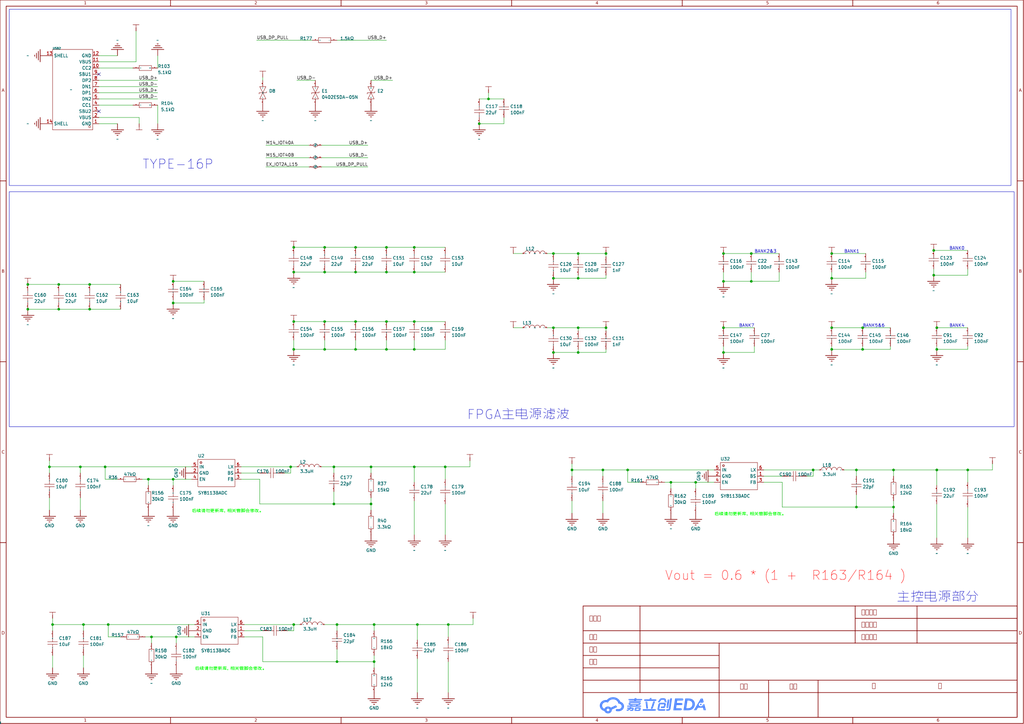
<source format=kicad_sch>
(kicad_sch (version 20250114) (generator "eeschema") (generator_version "9.0")
  (paper "User" 420.624 297.434)
  (lib_symbols
    (symbol "Ground-GND_1" (power) (pin_numbers (hide yes)) (pin_names (hide yes))
      (property "Value" "GND" (at 0 -6.35 0))
      (symbol "Ground-GND_1_1_0"
        (pin power_in line (at 0 0 270) (length 2.54) (name "") (number "1"))
      )
    )
    (symbol "Ground-GND_10" (power) (pin_numbers (hide yes)) (pin_names (hide yes))
      (property "Value" "GND" (at 0 -6.35 0))
      (symbol "Ground-GND_10_1_0"
        (pin power_in line (at 0 0 270) (length 2.54) (name "") (number "1"))
      )
    )
    (symbol "Ground-GND_11" (power) (pin_numbers (hide yes)) (pin_names (hide yes))
      (property "Value" "GND" (at 0 -6.35 0))
      (symbol "Ground-GND_11_1_0"
        (pin power_in line (at 0 0 270) (length 2.54) (name "") (number "1"))
      )
    )
    (symbol "Ground-GND_12" (power) (pin_numbers (hide yes)) (pin_names (hide yes))
      (property "Value" "GND" (at 0 -6.35 0))
      (symbol "Ground-GND_12_1_0"
        (pin power_in line (at 0 0 270) (length 2.54) (name "") (number "1"))
      )
    )
    (symbol "Ground-GND_13" (power) (pin_numbers (hide yes)) (pin_names (hide yes))
      (property "Value" "GND" (at 0 -6.35 0))
      (symbol "Ground-GND_13_1_0"
        (pin power_in line (at 0 0 270) (length 2.54) (name "") (number "1"))
      )
    )
    (symbol "Ground-GND_14" (power) (pin_numbers (hide yes)) (pin_names (hide yes))
      (property "Value" "GND" (at 0 -6.35 0))
      (symbol "Ground-GND_14_1_0"
        (pin power_in line (at 0 0 270) (length 2.54) (name "") (number "1"))
      )
    )
    (symbol "Ground-GND_15" (power) (pin_numbers (hide yes)) (pin_names (hide yes))
      (property "Value" "GND" (at 0 -6.35 0))
      (symbol "Ground-GND_15_1_0"
        (pin power_in line (at 0 0 270) (length 2.54) (name "") (number "1"))
      )
    )
    (symbol "Ground-GND_2" (power) (pin_numbers (hide yes)) (pin_names (hide yes))
      (property "Value" "GND" (at 0 -6.35 0))
      (symbol "Ground-GND_2_1_0"
        (pin power_in line (at 0 0 270) (length 2.54) (name "") (number "1"))
      )
    )
    (symbol "Ground-GND_3" (power) (pin_numbers (hide yes)) (pin_names (hide yes))
      (property "Value" "GND" (at 0 -6.35 0))
      (symbol "Ground-GND_3_1_0"
        (pin power_in line (at 0 0 270) (length 2.54) (name "") (number "1"))
      )
    )
    (symbol "Ground-GND_4" (power) (pin_numbers (hide yes)) (pin_names (hide yes))
      (property "Value" "GND" (at 0 -6.35 0))
      (symbol "Ground-GND_4_1_0"
        (pin power_in line (at 0 0 270) (length 2.54) (name "") (number "1"))
      )
    )
    (symbol "Ground-GND_5" (power) (pin_numbers (hide yes)) (pin_names (hide yes))
      (property "Value" "GND" (at 0 -6.35 0))
      (symbol "Ground-GND_5_1_0"
        (pin power_in line (at 0 0 270) (length 2.54) (name "") (number "1"))
      )
    )
    (symbol "Ground-GND_6" (power) (pin_numbers (hide yes)) (pin_names (hide yes))
      (property "Value" "GND" (at 0 -6.35 0))
      (symbol "Ground-GND_6_1_0"
        (pin power_in line (at 0 0 270) (length 2.54) (name "") (number "1"))
      )
    )
    (symbol "Ground-GND_7" (power) (pin_numbers (hide yes)) (pin_names (hide yes))
      (property "Value" "GND" (at 0 -6.35 0))
      (symbol "Ground-GND_7_1_0"
        (pin power_in line (at 0 0 270) (length 2.54) (name "") (number "1"))
      )
    )
    (symbol "Ground-GND_8" (power) (pin_numbers (hide yes)) (pin_names (hide yes))
      (property "Value" "GND" (at 0 -6.35 0))
      (symbol "Ground-GND_8_1_0"
        (pin power_in line (at 0 0 270) (length 2.54) (name "") (number "1"))
      )
    )
    (symbol "Ground-GND_9" (power) (pin_numbers (hide yes)) (pin_names (hide yes))
      (property "Value" "GND" (at 0 -6.35 0))
      (symbol "Ground-GND_9_1_0"
        (pin power_in line (at 0 0 270) (length 2.54) (name "") (number "1"))
      )
    )
    (symbol "Library:0402B102K500NT"
      (property "Reference" "C" (at 0 0 0))
      (symbol "0402B102K500NT_1_0"
        (pin input line (at -3.81 0 0) (length 2.54) (name "1") (number "1"))
        (pin input line (at 3.81 0 180) (length 2.54) (name "2") (number "2"))
      )
    )
    (symbol "Library:0402CG220J500NT"
      (property "Reference" "C" (at 0 0 0))
      (symbol "0402CG220J500NT_1_0"
        (pin input line (at -3.81 0 0) (length 2.54) (name "1") (number "1"))
        (pin input line (at 3.81 0 180) (length 2.54) (name "2") (number "2"))
      )
    )
    (symbol "Library:0402ESDA-05N"
      (property "Reference" "D" (at 0 0 0))
      (symbol "0402ESDA-05N_1_0"
        (pin input line (at -5.08 0 0) (length 2.54) (name "1") (number "1"))
        (pin input line (at 5.08 0 180) (length 2.54) (name "2") (number "2"))
      )
    )
    (symbol "Library:0402WGF1003TCE"
      (property "Reference" "R" (at 0 0 0))
      (symbol "0402WGF1003TCE_1_0"
        (pin input line (at -5.08 0 0) (length 2.54) (name "1") (number "1"))
        (pin input line (at 5.08 0 180) (length 2.54) (name "2") (number "2"))
      )
    )
    (symbol "Library:0402WGF1202TCE"
      (property "Reference" "R" (at 0 0 0))
      (symbol "0402WGF1202TCE_1_0"
        (pin input line (at -5.08 0 0) (length 2.54) (name "1") (number "1"))
        (pin input line (at 5.08 0 180) (length 2.54) (name "2") (number "2"))
      )
    )
    (symbol "Library:0402WGF1501TCE"
      (property "Reference" "R" (at 0 0 0))
      (symbol "0402WGF1501TCE_1_0"
        (pin input line (at -5.08 0 0) (length 2.54) (name "1") (number "1"))
        (pin input line (at 5.08 0 180) (length 2.54) (name "2") (number "2"))
      )
    )
    (symbol "Library:0402WGF1502TCE"
      (property "Reference" "R" (at 0 0 0))
      (symbol "0402WGF1502TCE_1_0"
        (pin input line (at -5.08 0 0) (length 2.54) (name "1") (number "1"))
        (pin input line (at 5.08 0 180) (length 2.54) (name "2") (number "2"))
      )
    )
    (symbol "Library:0402WGF3301TCE"
      (property "Reference" "R" (at 0 0 0))
      (symbol "0402WGF3301TCE_1_0"
        (pin input line (at -5.08 0 0) (length 2.54) (name "1") (number "1"))
        (pin input line (at 5.08 0 180) (length 2.54) (name "2") (number "2"))
      )
    )
    (symbol "Library:0402WGF5101TCE"
      (property "Reference" "R" (at 0 0 0))
      (symbol "0402WGF5101TCE_1_0"
        (pin input line (at -5.08 0 0) (length 2.54) (name "1") (number "1"))
        (pin input line (at 5.08 0 180) (length 2.54) (name "2") (number "2"))
      )
    )
    (symbol "Library:0402WGF5102TCE"
      (property "Reference" "R" (at 0 0 0))
      (symbol "0402WGF5102TCE_1_0"
        (pin input line (at -5.08 0 0) (length 2.54) (name "1") (number "1"))
        (pin input line (at 5.08 0 180) (length 2.54) (name "2") (number "2"))
      )
    )
    (symbol "Library:0603X106M100"
      (property "Reference" "C" (at 0 0 0))
      (symbol "0603X106M100_1_0"
        (pin input line (at -5.08 0 0) (length 2.54) (name "1") (number "1"))
        (pin input line (at 5.08 0 180) (length 2.54) (name "2") (number "2"))
      )
    )
    (symbol "Library:CC0603KRX7R9BB104"
      (property "Reference" "C" (at 0 0 0))
      (symbol "CC0603KRX7R9BB104_1_0"
        (pin input line (at -5.08 0 0) (length 2.54) (name "1") (number "1"))
        (pin input line (at 5.08 0 180) (length 2.54) (name "2") (number "2"))
      )
    )
    (symbol "Library:CL05B104KB54PNC"
      (property "Reference" "C" (at 0 0 0))
      (symbol "CL05B104KB54PNC_1_0"
        (pin input line (at -5.08 0 0) (length 2.54) (name "1") (number "1"))
        (pin input line (at 5.08 0 180) (length 2.54) (name "2") (number "2"))
      )
    )
    (symbol "Library:CL05B104KO5NNNC"
      (property "Reference" "C" (at 0 0 0))
      (symbol "CL05B104KO5NNNC_1_0"
        (pin input line (at -3.81 0 0) (length 2.54) (name "1") (number "1"))
        (pin input line (at 3.81 0 180) (length 2.54) (name "2") (number "2"))
      )
    )
    (symbol "Library:CL10A106KP8NNNC"
      (property "Reference" "C" (at 0 0 0))
      (symbol "CL10A106KP8NNNC_1_0"
        (pin input line (at -5.08 0 0) (length 2.54) (name "1") (number "1"))
        (pin input line (at 5.08 0 180) (length 2.54) (name "2") (number "2"))
      )
    )
    (symbol "Library:GRM188R61A226ME15D"
      (property "Reference" "C" (at 0 0 0))
      (symbol "GRM188R61A226ME15D_1_0"
        (pin input line (at -5.08 0 0) (length 2.54) (name "1") (number "1"))
        (pin input line (at 5.08 0 180) (length 2.54) (name "2") (number "2"))
      )
    )
    (symbol "Library:GRT188R61A226ME13D"
      (property "Reference" "C" (at 0 0 0))
      (symbol "GRT188R61A226ME13D_1_0"
        (pin input line (at -3.81 0 0) (length 2.54) (name "1") (number "1"))
        (pin input line (at 3.81 0 180) (length 2.54) (name "2") (number "2"))
      )
    )
    (symbol "Library:Ground-GND" (power) (pin_numbers (hide yes)) (pin_names (hide yes))
      (symbol "Ground-GND_1_0"
        (pin power_in line (at 0 0 270) (length 2.54) (name "") (number "1"))
      )
    )
    (symbol "Library:Power-VCC" (power) (pin_numbers (hide yes)) (pin_names (hide yes))
      (symbol "Power-VCC_1_0"
        (pin power_in line (at 0 0 90) (length 1.27) (name "+5V_IN") (number "1"))
      )
    )
    (symbol "Library:RC0402FR-0718KL"
      (property "Reference" "R" (at 0 0 0))
      (symbol "RC0402FR-0718KL_1_0"
        (pin input line (at -5.08 0 0) (length 2.54) (name "1") (number "1"))
        (pin input line (at 5.08 0 180) (length 2.54) (name "2") (number "2"))
      )
    )
    (symbol "Library:SWPA4030S4R7MT"
      (property "Reference" "L" (at 0 0 0))
      (symbol "SWPA4030S4R7MT_1_0"
        (pin input line (at -5.08 0 0) (length 0.762) (name "1") (number "1"))
        (pin input line (at 5.08 0 180) (length 0.762) (name "2") (number "2"))
      )
    )
    (symbol "Library:SY8113BADC"
      (symbol "SY8113BADC_1_0"
        (pin input line (at -10.16 2.54 0) (length 2.54) (name "IN") (number "5"))
        (pin input line (at -10.16 0 0) (length 2.54) (name "GND") (number "2"))
        (pin input line (at -10.16 -2.54 0) (length 2.54) (name "EN") (number "4"))
        (pin input line (at 10.16 2.54 180) (length 2.54) (name "LX") (number "6"))
        (pin input line (at 10.16 0 180) (length 2.54) (name "BS") (number "1"))
        (pin input line (at 10.16 -2.54 180) (length 2.54) (name "FB") (number "3"))
      )
    )
    (symbol "Library:Short-Symbol"
      (symbol "Short-Symbol_1_0"
        (pin input line (at -2.54 0 0) (length 1.27) (name "Pin1") (number "1"))
        (pin input line (at 2.54 0 180) (length 1.27) (name "Pin1") (number "2"))
      )
    )
    (symbol "Library:TYPE-C 16PIN 2MD(073)"
      (property "Reference" "USB" (at 0 0 0))
      (symbol "TYPE-C 16PIN 2MD(073)_1_0"
        (pin input line (at -11.43 13.97 0) (length 2.54) (name "GND") (number "1"))
        (pin input line (at -11.43 11.43 0) (length 2.54) (name "VBUS") (number "2"))
        (pin input line (at -11.43 8.89 0) (length 2.54) (name "SBU2") (number "3"))
        (pin input line (at -11.43 6.35 0) (length 2.54) (name "CC1") (number "4"))
        (pin input line (at -11.43 3.81 0) (length 2.54) (name "DN2") (number "5"))
        (pin input line (at -11.43 1.27 0) (length 2.54) (name "DP1") (number "6"))
        (pin input line (at -11.43 -1.27 0) (length 2.54) (name "DN1") (number "7"))
        (pin input line (at -11.43 -3.81 0) (length 2.54) (name "DP2") (number "8"))
        (pin input line (at -11.43 -6.35 0) (length 2.54) (name "SBU1") (number "9"))
        (pin input line (at -11.43 -8.89 0) (length 2.54) (name "CC2") (number "10"))
        (pin input line (at -11.43 -11.43 0) (length 2.54) (name "VBUS") (number "11"))
        (pin input line (at -11.43 -13.97 0) (length 2.54) (name "GND") (number "12"))
        (pin input line (at 10.16 13.97 180) (length 2.54) (name "SHELL") (number "14"))
        (pin input line (at 10.16 -13.97 180) (length 2.54) (name "SHELL") (number "13"))
      )
    )
    (symbol "Library:UPZ1005D121-1R3TF"
      (property "Reference" "L" (at 0 0 0))
      (symbol "UPZ1005D121-1R3TF_1_0"
        (pin input line (at -5.08 0 0) (length 0.762) (name "1") (number "1"))
        (pin input line (at 5.08 0 180) (length 0.762) (name "2") (number "2"))
      )
    )
    (symbol "Library:sheet-symbol_a4"
      (symbol "sheet-symbol_a4_1_0"
        (text "A" (at 1.27 260.0198 0) (effects (font (size 1.27 1.27))))
        (text "B" (at 1.27 185.7248 0) (effects (font (size 1.27 1.27))))
        (text "C" (at 1.27 111.4298 0) (effects (font (size 1.27 1.27))))
        (text "D" (at 1.27 37.1348 0) (effects (font (size 1.27 1.27))))
        (text "1" (at 35.0266 295.91 0) (effects (font (size 1.27 1.27))))
        (text "1" (at 35.0266 1.27 0) (effects (font (size 1.27 1.27))))
        (text "2" (at 105.0798 295.91 0) (effects (font (size 1.27 1.27))))
        (text "2" (at 105.0798 1.27 0) (effects (font (size 1.27 1.27))))
        (text "3" (at 175.133 295.91 0) (effects (font (size 1.27 1.27))))
        (text "3" (at 175.133 1.27 0) (effects (font (size 1.27 1.27))))
        (text "原理图" (at 242.062 43.18 0) (effects (font (size 1.905 1.905)) (justify left)))
        (text "图页" (at 242.062 35.56 0) (effects (font (size 1.905 1.905)) (justify left)))
        (text "绘制" (at 242.062 30.48 0) (effects (font (size 1.905 1.905)) (justify left)))
        (text "审阅" (at 242.062 25.4 0) (effects (font (size 1.905 1.905)) (justify left)))
        (text "4" (at 245.2116 295.91 0) (effects (font (size 1.27 1.27))))
        (text "4" (at 245.2116 1.27 0) (effects (font (size 1.27 1.27))))
        (text "版本" (at 305.562 15.24 0) (effects (font (size 1.905 1.905))))
        (text "5" (at 315.2648 295.91 0) (effects (font (size 1.27 1.27))))
        (text "5" (at 315.2648 1.27 0) (effects (font (size 1.27 1.27))))
        (text "尺寸" (at 325.882 15.24 0) (effects (font (size 1.905 1.905))))
        (text "更新日期" (at 353.822 45.72 0) (effects (font (size 1.905 1.905)) (justify left)))
        (text "创建日期" (at 353.822 40.64 0) (effects (font (size 1.905 1.905)) (justify left)))
        (text "物料编码" (at 353.822 35.56 0) (effects (font (size 1.905 1.905)) (justify left)))
        (text "页" (at 358.14 15.494 0) (effects (font (size 1.905 1.905)) (justify left)))
        (text "6" (at 385.318 295.91 0) (effects (font (size 1.27 1.27))))
        (text "共" (at 385.318 15.494 0) (effects (font (size 1.905 1.905)) (justify left)))
        (text "6" (at 385.318 1.27 0) (effects (font (size 1.27 1.27))))
        (text "A" (at 419.1 260.0198 0) (effects (font (size 1.27 1.27))))
        (text "B" (at 419.1 185.7248 0) (effects (font (size 1.27 1.27))))
        (text "C" (at 419.1 111.4298 0) (effects (font (size 1.27 1.27))))
        (text "D" (at 419.1 37.1348 0) (effects (font (size 1.27 1.27))))
      )
    )
  )
  (rectangle (start 3.81 3.81) (end 415.29 76.2))
  (rectangle (start 3.81 78.74) (end 416.56 175.26))
  (text "BANK0" (at 389.89 102.87 0) (effects (font (size 1.27 1.27)) (justify left bottom)))
  (text "BANK2&3" (at 309.88 104.14 0) (effects (font (size 1.27 1.27)) (justify left bottom)))
  (text "后续请勿更新库，相关管脚会修改。" (at 80.01 275.59 0) (effects (font (size 1.27 1.27)) (justify left bottom)))
  (text "主控电源部分" (at 368.3 247.65 0) (effects (font (size 3.81 3.81)) (justify left bottom)))
  (text "Vout = 0.6 * (1 +  R163/R164 )" (at 273.05 238.76 0) (effects (font (size 3.81 3.81)) (justify left bottom)))
  (text "BANK5&6" (at 354.33 134.62 0) (effects (font (size 1.27 1.27)) (justify left bottom)))
  (text "TYPE-16P" (at 58.42 69.85 0) (effects (font (size 3.81 3.81)) (justify left bottom)))
  (text "BANK1" (at 346.71 104.14 0) (effects (font (size 1.27 1.27)) (justify left bottom)))
  (text "后续请勿更新库，相关管脚会修改。" (at 78.74 210.82 0) (effects (font (size 1.27 1.27)) (justify left bottom)))
  (text "BANK4" (at 389.89 134.62 0) (effects (font (size 1.27 1.27)) (justify left bottom)))
  (text "BANK7" (at 303.53 134.62 0) (effects (font (size 1.27 1.27)) (justify left bottom)))
  (text "FPGA主电源滤波" (at 191.77 172.72 0) (effects (font (size 3.81 3.81)) (justify left bottom)))
  (text "后续请勿更新库，相关管脚会修改。" (at 293.37 212.09 0) (effects (font (size 1.27 1.27)) (justify left bottom)))
  (junction (at 351.79 193.04))
  (junction (at 297.18 115.57))
  (junction (at 354.33 134.62))
  (junction (at 285.75 198.12))
  (junction (at 36.83 127))
  (junction (at 237.49 134.62))
  (junction (at 182.88 191.77))
  (junction (at 196.85 50.8))
  (junction (at 297.18 134.62))
  (junction (at 133.35 143.51))
  (junction (at 146.05 132.08))
  (junction (at 158.75 132.08))
  (junction (at 133.35 101.6))
  (junction (at 297.18 144.78))
  (junction (at 200.66 40.64))
  (junction (at 367.03 193.04))
  (junction (at 138.43 256.54))
  (junction (at 384.81 193.04))
  (junction (at 275.59 198.12))
  (junction (at 227.33 114.3))
  (junction (at 152.4 207.01))
  (junction (at 184.15 256.54))
  (junction (at 11.43 127))
  (junction (at 341.63 104.14))
  (junction (at 137.16 207.01))
  (junction (at 383.54 102.87))
  (junction (at 33.02 191.77))
  (junction (at 153.67 256.54))
  (junction (at 237.49 114.3))
  (junction (at 257.81 193.04))
  (junction (at 20.32 191.77))
  (junction (at 248.92 104.14))
  (junction (at 308.61 104.14))
  (junction (at 334.01 193.04))
  (junction (at 170.18 191.77))
  (junction (at 227.33 104.14))
  (junction (at 354.33 143.51))
  (junction (at 234.95 193.04))
  (junction (at 383.54 113.03))
  (junction (at 71.12 115.57))
  (junction (at 367.03 208.28))
  (junction (at 152.4 191.77))
  (junction (at 138.43 271.78))
  (junction (at 44.45 256.54))
  (junction (at 158.75 101.6))
  (junction (at 341.63 114.3))
  (junction (at 120.65 101.6))
  (junction (at 43.18 191.77))
  (junction (at 60.96 196.85))
  (junction (at 170.18 111.76))
  (junction (at 120.65 132.08))
  (junction (at 24.13 127))
  (junction (at 341.63 134.62))
  (junction (at 72.39 261.62))
  (junction (at 341.63 143.51))
  (junction (at 120.65 111.76))
  (junction (at 133.35 132.08))
  (junction (at 137.16 191.77))
  (junction (at 397.51 193.04))
  (junction (at 158.75 143.51))
  (junction (at 133.35 111.76))
  (junction (at 237.49 104.14))
  (junction (at 237.49 144.78))
  (junction (at 247.65 193.04))
  (junction (at 248.92 134.62))
  (junction (at 153.67 271.78))
  (junction (at 308.61 115.57))
  (junction (at 62.23 261.62))
  (junction (at 170.18 101.6))
  (junction (at 227.33 134.62))
  (junction (at 71.12 196.85))
  (junction (at 158.75 111.76))
  (junction (at 171.45 256.54))
  (junction (at 34.29 256.54))
  (junction (at 351.79 208.28))
  (junction (at 146.05 143.51))
  (junction (at 384.81 134.62))
  (junction (at 146.05 101.6))
  (junction (at 21.59 256.54))
  (junction (at 120.65 256.54))
  (junction (at 227.33 144.78))
  (junction (at 36.83 116.84))
  (junction (at 119.38 191.77))
  (junction (at 11.43 116.84))
  (junction (at 24.13 116.84))
  (junction (at 297.18 104.14))
  (junction (at 384.81 143.51))
  (junction (at 71.12 124.46))
  (junction (at 120.65 143.51))
  (junction (at 170.18 132.08))
  (junction (at 170.18 143.51))
  (junction (at 146.05 111.76))
  (no_connect (at 40.64 45.72))
  (no_connect (at 40.64 30.48))
  (wire (pts (xy 20.32 194.31) (xy 20.32 191.77)))
  (wire (pts (xy 297.18 104.14) (xy 308.61 104.14)))
  (wire (pts (xy 170.18 191.77) (xy 152.4 191.77)))
  (wire (pts (xy 71.12 124.46) (xy 83.82 124.46)))
  (wire (pts (xy 33.02 191.77) (xy 20.32 191.77)))
  (wire (pts (xy 182.88 191.77) (xy 170.18 191.77)))
  (wire (pts (xy 170.18 101.6) (xy 182.88 101.6)))
  (wire (pts (xy 33.02 191.77) (xy 43.18 191.77)))
  (wire (pts (xy 99.06 196.85) (xy 106.68 196.85)))
  (wire (pts (xy 321.31 198.12) (xy 321.31 208.28)))
  (wire (pts (xy 116.84 194.31) (xy 119.38 194.31)))
  (wire (pts (xy 194.31 256.54) (xy 184.15 256.54)))
  (wire (pts (xy 194.31 256.54) (xy 194.31 254)))
  (wire (pts (xy 293.37 198.12) (xy 285.75 198.12)))
  (wire (pts (xy 341.63 143.51) (xy 341.63 142.24)))
  (wire (pts (xy 247.65 210.82) (xy 247.65 205.74)))
  (wire (pts (xy 60.96 196.85) (xy 71.12 196.85)))
  (wire (pts (xy 351.79 195.58) (xy 351.79 193.04)))
  (wire (pts (xy 158.75 132.08) (xy 146.05 132.08)))
  (wire (pts (xy 40.64 48.26) (xy 57.15 48.26)))
  (wire (pts (xy 367.03 210.82) (xy 367.03 208.28)))
  (wire (pts (xy 132.08 59.69) (xy 151.13 59.69)))
  (wire (pts (xy 64.77 43.18) (xy 64.77 50.8)))
  (wire (pts (xy 33.02 209.55) (xy 33.02 204.47)))
  (wire (pts (xy 152.4 207.01) (xy 152.4 204.47)))
  (wire (pts (xy 133.35 111.76) (xy 120.65 111.76)))
  (wire (pts (xy 119.38 194.31) (xy 119.38 191.77)))
  (wire (pts (xy 234.95 193.04) (xy 234.95 190.5)))
  (wire (pts (xy 43.18 191.77) (xy 78.74 191.77)))
  (wire (pts (xy 107.95 259.08) (xy 100.33 259.08)))
  (wire (pts (xy 138.43 16.51) (xy 158.75 16.51)))
  (wire (pts (xy 367.03 195.58) (xy 367.03 193.04)))
  (wire (pts (xy 121.92 191.77) (xy 119.38 191.77)))
  (wire (pts (xy 354.33 134.62) (xy 365.76 134.62)))
  (wire (pts (xy 365.76 142.24) (xy 365.76 143.51)))
  (wire (pts (xy 200.66 40.64) (xy 200.66 38.1)))
  (wire (pts (xy 34.29 256.54) (xy 21.59 256.54)))
  (wire (pts (xy 137.16 201.93) (xy 137.16 207.01)))
  (wire (pts (xy 133.35 256.54) (xy 138.43 256.54)))
  (wire (pts (xy 351.79 193.04) (xy 367.03 193.04)))
  (wire (pts (xy 152.4 194.31) (xy 152.4 191.77)))
  (wire (pts (xy 321.31 208.28) (xy 351.79 208.28)))
  (wire (pts (xy 170.18 219.71) (xy 170.18 205.74)))
  (wire (pts (xy 334.01 193.04) (xy 313.69 193.04)))
  (wire (pts (xy 171.45 256.54) (xy 171.45 262.89)))
  (wire (pts (xy 36.83 127) (xy 49.53 127)))
  (wire (pts (xy 138.43 259.08) (xy 138.43 256.54)))
  (wire (pts (xy 355.6 114.3) (xy 341.63 114.3)))
  (wire (pts (xy 351.79 208.28) (xy 367.03 208.28)))
  (wire (pts (xy 248.92 144.78) (xy 237.49 144.78)))
  (wire (pts (xy 397.51 193.04) (xy 397.51 198.12)))
  (wire (pts (xy 336.55 193.04) (xy 334.01 193.04)))
  (wire (pts (xy 193.04 191.77) (xy 182.88 191.77)))
  (wire (pts (xy 273.05 198.12) (xy 275.59 198.12)))
  (wire (pts (xy 64.77 22.86) (xy 64.77 27.94)))
  (wire (pts (xy 170.18 143.51) (xy 158.75 143.51)))
  (wire (pts (xy 138.43 256.54) (xy 153.67 256.54)))
  (wire (pts (xy 153.67 274.32) (xy 153.67 271.78)))
  (wire (pts (xy 71.12 123.19) (xy 71.12 124.46)))
  (wire (pts (xy 40.64 38.1) (xy 64.77 38.1)))
  (wire (pts (xy 384.81 220.98) (xy 384.81 207.01)))
  (wire (pts (xy 33.02 191.77) (xy 33.02 194.31)))
  (wire (pts (xy 34.29 274.32) (xy 34.29 269.24)))
  (wire (pts (xy 120.65 259.08) (xy 120.65 256.54)))
  (wire (pts (xy 308.61 115.57) (xy 308.61 111.76)))
  (wire (pts (xy 146.05 111.76) (xy 133.35 111.76)))
  (wire (pts (xy 237.49 144.78) (xy 227.33 144.78)))
  (wire (pts (xy 137.16 194.31) (xy 137.16 191.77)))
  (wire (pts (xy 384.81 193.04) (xy 367.03 193.04)))
  (wire (pts (xy 237.49 144.78) (xy 237.49 143.51)))
  (wire (pts (xy 71.12 196.85) (xy 71.12 199.39)))
  (wire (pts (xy 248.92 105.41) (xy 248.92 104.14)))
  (wire (pts (xy 248.92 104.14) (xy 237.49 104.14)))
  (wire (pts (xy 207.01 50.8) (xy 207.01 48.26)))
  (wire (pts (xy 138.43 266.7) (xy 138.43 271.78)))
  (wire (pts (xy 297.18 111.76) (xy 297.18 115.57)))
  (wire (pts (xy 146.05 143.51) (xy 133.35 143.51)))
  (wire (pts (xy 309.88 142.24) (xy 309.88 144.78)))
  (wire (pts (xy 48.26 196.85) (xy 43.18 196.85)))
  (wire (pts (xy 24.13 127) (xy 11.43 127)))
  (wire (pts (xy 59.69 261.62) (xy 62.23 261.62)))
  (wire (pts (xy 297.18 144.78) (xy 309.88 144.78)))
  (wire (pts (xy 55.88 25.4) (xy 55.88 12.7)))
  (wire (pts (xy 48.26 22.86) (xy 40.64 22.86)))
  (wire (pts (xy 121.92 33.02) (xy 129.54 33.02)))
  (wire (pts (xy 146.05 132.08) (xy 133.35 132.08)))
  (wire (pts (xy 182.88 219.71) (xy 182.88 207.01)))
  (wire (pts (xy 210.82 134.62) (xy 214.63 134.62)))
  (wire (pts (xy 57.15 48.26) (xy 57.15 50.8)))
  (wire (pts (xy 200.66 40.64) (xy 207.01 40.64)))
  (wire (pts (xy 106.68 207.01) (xy 137.16 207.01)))
  (wire (pts (xy 384.81 193.04) (xy 384.81 199.39)))
  (wire (pts (xy 367.03 208.28) (xy 367.03 205.74)))
  (wire (pts (xy 158.75 111.76) (xy 146.05 111.76)))
  (wire (pts (xy 119.38 191.77) (xy 99.06 191.77)))
  (wire (pts (xy 237.49 114.3) (xy 237.49 113.03)))
  (wire (pts (xy 158.75 143.51) (xy 146.05 143.51)))
  (wire (pts (xy 62.23 261.62) (xy 72.39 261.62)))
  (wire (pts (xy 247.65 193.04) (xy 247.65 195.58)))
  (wire (pts (xy 55.88 25.4) (xy 40.64 25.4)))
  (wire (pts (xy 100.33 261.62) (xy 107.95 261.62)))
  (wire (pts (xy 351.79 203.2) (xy 351.79 208.28)))
  (wire (pts (xy 49.53 261.62) (xy 44.45 261.62)))
  (wire (pts (xy 397.51 193.04) (xy 384.81 193.04)))
  (wire (pts (xy 137.16 191.77) (xy 152.4 191.77)))
  (wire (pts (xy 341.63 114.3) (xy 341.63 111.76)))
  (wire (pts (xy 384.81 143.51) (xy 384.81 142.24)))
  (wire (pts (xy 247.65 193.04) (xy 234.95 193.04)))
  (wire (pts (xy 262.89 198.12) (xy 257.81 198.12)))
  (wire (pts (xy 133.35 143.51) (xy 120.65 143.51)))
  (wire (pts (xy 107.95 261.62) (xy 107.95 271.78)))
  (wire (pts (xy 275.59 198.12) (xy 285.75 198.12)))
  (wire (pts (xy 407.67 193.04) (xy 407.67 190.5)))
  (wire (pts (xy 80.01 261.62) (xy 72.39 261.62)))
  (wire (pts (xy 36.83 127) (xy 24.13 127)))
  (wire (pts (xy 247.65 193.04) (xy 257.81 193.04)))
  (wire (pts (xy 354.33 143.51) (xy 365.76 143.51)))
  (wire (pts (xy 137.16 207.01) (xy 152.4 207.01)))
  (wire (pts (xy 257.81 193.04) (xy 257.81 198.12)))
  (wire (pts (xy 106.68 196.85) (xy 106.68 207.01)))
  (wire (pts (xy 83.82 115.57) (xy 71.12 115.57)))
  (wire (pts (xy 44.45 256.54) (xy 80.01 256.54)))
  (wire (pts (xy 24.13 116.84) (xy 11.43 116.84)))
  (wire (pts (xy 182.88 191.77) (xy 182.88 196.85)))
  (wire (pts (xy 133.35 143.51) (xy 133.35 139.7)))
  (wire (pts (xy 170.18 111.76) (xy 158.75 111.76)))
  (wire (pts (xy 127 64.77) (xy 109.22 64.77)))
  (wire (pts (xy 83.82 124.46) (xy 83.82 123.19)))
  (wire (pts (xy 106.68 194.31) (xy 99.06 194.31)))
  (wire (pts (xy 40.64 35.56) (xy 64.77 35.56)))
  (wire (pts (xy 237.49 114.3) (xy 248.92 114.3)))
  (wire (pts (xy 321.31 195.58) (xy 313.69 195.58)))
  (wire (pts (xy 257.81 193.04) (xy 293.37 193.04)))
  (wire (pts (xy 182.88 143.51) (xy 170.18 143.51)))
  (wire (pts (xy 34.29 256.54) (xy 44.45 256.54)))
  (wire (pts (xy 210.82 104.14) (xy 214.63 104.14)))
  (wire (pts (xy 132.08 64.77) (xy 151.13 64.77)))
  (wire (pts (xy 146.05 101.6) (xy 133.35 101.6)))
  (wire (pts (xy 123.19 256.54) (xy 120.65 256.54)))
  (wire (pts (xy 72.39 261.62) (xy 72.39 264.16)))
  (wire (pts (xy 227.33 104.14) (xy 224.79 104.14)))
  (wire (pts (xy 354.33 134.62) (xy 341.63 134.62)))
  (wire (pts (xy 60.96 199.39) (xy 60.96 196.85)))
  (wire (pts (xy 184.15 284.48) (xy 184.15 271.78)))
  (wire (pts (xy 227.33 134.62) (xy 224.79 134.62)))
  (wire (pts (xy 170.18 143.51) (xy 170.18 139.7)))
  (wire (pts (xy 132.08 68.58) (xy 151.13 68.58)))
  (wire (pts (xy 397.51 143.51) (xy 384.81 143.51)))
  (wire (pts (xy 234.95 195.58) (xy 234.95 193.04)))
  (wire (pts (xy 397.51 113.03) (xy 383.54 113.03)))
  (wire (pts (xy 118.11 259.08) (xy 120.65 259.08)))
  (wire (pts (xy 297.18 115.57) (xy 308.61 115.57)))
  (wire (pts (xy 138.43 271.78) (xy 153.67 271.78)))
  (wire (pts (xy 40.64 33.02) (xy 64.77 33.02)))
  (wire (pts (xy 334.01 195.58) (xy 334.01 193.04)))
  (wire (pts (xy 153.67 259.08) (xy 153.67 256.54)))
  (wire (pts (xy 128.27 16.51) (xy 105.41 16.51)))
  (wire (pts (xy 127 59.69) (xy 109.22 59.69)))
  (wire (pts (xy 170.18 191.77) (xy 170.18 198.12)))
  (wire (pts (xy 107.95 33.02) (xy 107.95 31.75)))
  (wire (pts (xy 397.51 102.87) (xy 383.54 102.87)))
  (wire (pts (xy 127 68.58) (xy 109.22 68.58)))
  (wire (pts (xy 78.74 196.85) (xy 71.12 196.85)))
  (wire (pts (xy 196.85 50.8) (xy 207.01 50.8)))
  (wire (pts (xy 234.95 205.74) (xy 234.95 210.82)))
  (wire (pts (xy 182.88 132.08) (xy 170.18 132.08)))
  (wire (pts (xy 48.26 50.8) (xy 40.64 50.8)))
  (wire (pts (xy 21.59 256.54) (xy 21.59 254)))
  (wire (pts (xy 184.15 256.54) (xy 171.45 256.54)))
  (wire (pts (xy 170.18 132.08) (xy 158.75 132.08)))
  (wire (pts (xy 313.69 198.12) (xy 321.31 198.12)))
  (wire (pts (xy 158.75 101.6) (xy 146.05 101.6)))
  (wire (pts (xy 170.18 111.76) (xy 182.88 111.76)))
  (wire (pts (xy 275.59 200.66) (xy 275.59 198.12)))
  (wire (pts (xy 36.83 116.84) (xy 49.53 116.84)))
  (wire (pts (xy 320.04 115.57) (xy 320.04 111.76)))
  (wire (pts (xy 36.83 116.84) (xy 24.13 116.84)))
  (wire (pts (xy 184.15 256.54) (xy 184.15 261.62)))
  (wire (pts (xy 21.59 269.24) (xy 21.59 274.32)))
  (wire (pts (xy 171.45 256.54) (xy 153.67 256.54)))
  (wire (pts (xy 120.65 256.54) (xy 100.33 256.54)))
  (wire (pts (xy 331.47 195.58) (xy 334.01 195.58)))
  (wire (pts (xy 248.92 135.89) (xy 248.92 134.62)))
  (wire (pts (xy 54.61 27.94) (xy 40.64 27.94)))
  (wire (pts (xy 308.61 104.14) (xy 320.04 104.14)))
  (wire (pts (xy 355.6 111.76) (xy 355.6 114.3)))
  (wire (pts (xy 152.4 33.02) (xy 161.29 33.02)))
  (wire (pts (xy 227.33 134.62) (xy 237.49 134.62)))
  (wire (pts (xy 248.92 144.78) (xy 248.92 143.51)))
  (wire (pts (xy 132.08 191.77) (xy 137.16 191.77)))
  (wire (pts (xy 21.59 259.08) (xy 21.59 256.54)))
  (wire (pts (xy 200.66 40.64) (xy 196.85 40.64)))
  (wire (pts (xy 237.49 104.14) (xy 237.49 105.41)))
  (wire (pts (xy 182.88 139.7) (xy 182.88 143.51)))
  (wire (pts (xy 133.35 132.08) (xy 120.65 132.08)))
  (wire (pts (xy 170.18 101.6) (xy 158.75 101.6)))
  (wire (pts (xy 34.29 256.54) (xy 34.29 259.08)))
  (wire (pts (xy 383.54 113.03) (xy 383.54 110.49)))
  (wire (pts (xy 237.49 134.62) (xy 237.49 135.89)))
  (wire (pts (xy 153.67 271.78) (xy 153.67 269.24)))
  (wire (pts (xy 297.18 134.62) (xy 309.88 134.62)))
  (wire (pts (xy 58.42 196.85) (xy 60.96 196.85)))
  (wire (pts (xy 193.04 191.77) (xy 193.04 189.23)))
  (wire (pts (xy 54.61 43.18) (xy 40.64 43.18)))
  (wire (pts (xy 20.32 191.77) (xy 20.32 189.23)))
  (wire (pts (xy 20.32 204.47) (xy 20.32 209.55)))
  (wire (pts (xy 158.75 143.51) (xy 158.75 139.7)))
  (wire (pts (xy 43.18 191.77) (xy 43.18 196.85)))
  (wire (pts (xy 397.51 220.98) (xy 397.51 208.28)))
  (wire (pts (xy 62.23 264.16) (xy 62.23 261.62)))
  (wire (pts (xy 227.33 114.3) (xy 237.49 114.3)))
  (wire (pts (xy 152.4 209.55) (xy 152.4 207.01)))
  (wire (pts (xy 285.75 198.12) (xy 285.75 200.66)))
  (wire (pts (xy 133.35 101.6) (xy 120.65 101.6)))
  (wire (pts (xy 107.95 271.78) (xy 138.43 271.78)))
  (wire (pts (xy 397.51 134.62) (xy 384.81 134.62)))
  (wire (pts (xy 308.61 115.57) (xy 320.04 115.57)))
  (wire (pts (xy 171.45 284.48) (xy 171.45 270.51)))
  (wire (pts (xy 397.51 110.49) (xy 397.51 113.03)))
  (wire (pts (xy 354.33 143.51) (xy 354.33 142.24)))
  (wire (pts (xy 355.6 104.14) (xy 341.63 104.14)))
  (wire (pts (xy 227.33 104.14) (xy 237.49 104.14)))
  (wire (pts (xy 120.65 143.51) (xy 120.65 139.7)))
  (wire (pts (xy 44.45 256.54) (xy 44.45 261.62)))
  (wire (pts (xy 146.05 143.51) (xy 146.05 139.7)))
  (wire (pts (xy 297.18 144.78) (xy 297.18 142.24)))
  (wire (pts (xy 397.51 143.51) (xy 397.51 142.24)))
  (wire (pts (xy 346.71 193.04) (xy 351.79 193.04)))
  (wire (pts (xy 248.92 114.3) (xy 248.92 113.03)))
  (wire (pts (xy 341.63 143.51) (xy 354.33 143.51)))
  (wire (pts (xy 407.67 193.04) (xy 397.51 193.04)))
  (wire (pts (xy 248.92 134.62) (xy 237.49 134.62)))
  (wire (pts (xy 40.64 40.64) (xy 64.77 40.64)))
  (label "USB_DP_PULL" (at 105.41 16.51 0))
  (label "M15_IOT40B" (at 109.22 64.77 0))
  (label "USB_D+" (at 161.29 33.02 180))
  (label "USB_DP_PULL" (at 151.13 68.58 180))
  (label "USB_D+" (at 151.13 59.69 180))
  (label "USB_D+" (at 64.77 38.1 180))
  (label "USB_D+" (at 64.77 33.02 180))
  (label "USB_D-" (at 64.77 35.56 180))
  (label "EX_IOT2A_L15" (at 109.22 68.58 0))
  (label "M14_IOT40A" (at 109.22 59.69 0))
  (label "USB_D-" (at 151.13 64.77 180))
  (label "USB_D+" (at 158.75 16.51 180))
  (label "USB_D-" (at 64.77 40.64 180))
  (label "USB_D-" (at 121.92 33.02 0))
  (symbol (lib_id "Library:CL05B104KB54PNC") (at 111.76 194.31 180) (unit 1)
    (property "Reference" "C176" (at 105.41 194.31 0) (effects (justify right top)))
    (property "Value" "100nF" (at 113.03 194.31 0) (effects (justify right top)))
    (property "Footprint" "ProPrj_立创·-easyedapro:C0402" (effects (hide yes)))
    (property "Datasheet" "https://atta.szlcsc.com/upload/public/pdf/source/20181009/C307331_222F7C870FD3EA5F46F538B483443886.pdf" (effects (hide yes)))
    (property "Description" "容值:100nF;精度:±10%;额定电压:50V;材质(温度系数):X7R;" (effects (hide yes)))
    (property "Manufacturer Part" "CL05B104KB54PNC" (effects (hide yes)))
    (property "Manufacturer" "SAMSUNG(三星)" (effects (hide yes)))
    (property "Supplier Part" "C307331" (effects (hide yes)))
    (property "Supplier" "LCSC" (effects (hide yes)))
    (property "LCSC Part Name" "100nF ±10% 50V" (effects (hide yes)))
  )
  (symbol (lib_id "Library:0402B102K500NT") (at 248.92 139.7 90) (unit 1)
    (property "Reference" "C131" (at 251.46 139.7 90) (effects (justify right top)))
    (property "Value" "1nF" (at 251.46 142.24 90) (effects (justify right top)))
    (property "Footprint" "ProPrj_立创·-easyedapro:C0402" (effects (hide yes)))
    (property "Datasheet" "https://atta.szlcsc.com/upload/public/pdf/source/20200305/C486355_26A10D38EF8C2A5C37091D0039909270.pdf" (effects (hide yes)))
    (property "Description" "容值:1nF;精度:±10%;额定电压:50V;材质(温度系数):X7R;" (effects (hide yes)))
    (property "Manufacturer Part" "0402B102K500NT" (effects (hide yes)))
    (property "Manufacturer" "FH(风华)" (effects (hide yes)))
    (property "Supplier Part" "C1523" (effects (hide yes)))
    (property "Supplier" "LCSC" (effects (hide yes)))
    (property "LCSC Part Name" "1nF ±10% 50V" (effects (hide yes)))
  )
  (symbol (lib_id "Library:Power-VCC") (at 107.95 31.75 0) (unit 1)
    (property "Reference" "#PWR?" (effects (hide yes)))
    (property "Value" "+5V_IN" (effects (hide yes)))
    (property "Footprint" "ProPrj_立创·-easyedapro:" (effects (hide yes)))
  )
  (symbol (lib_id "Library:Power-VCC") (at 193.04 189.23 0) (unit 1)
    (property "Reference" "#PWR?" (effects (hide yes)))
    (property "Value" "+3.3V" (effects (hide yes)))
    (property "Footprint" "ProPrj_立创·-easyedapro:" (effects (hide yes)))
  )
  (symbol (lib_id "Library:Ground-GND") (at 182.88 219.71 0) (unit 1)
    (property "Reference" "#PWR?" (effects (hide yes)))
    (property "Value" "~" (at 182.88 226.06 0))
    (property "Footprint" "ProPrj_立创·-easyedapro:" (effects (hide yes)))
  )
  (symbol (lib_id "Library:Ground-GND") (at 341.63 143.51 0) (unit 1)
    (property "Reference" "#PWR?" (effects (hide yes)))
    (property "Value" "~" (at 341.63 149.86 0))
    (property "Footprint" "ProPrj_立创·-easyedapro:" (effects (hide yes)))
  )
  (symbol (lib_id "Library:Ground-GND") (at 384.81 220.98 0) (unit 1)
    (property "Reference" "#PWR?" (effects (hide yes)))
    (property "Value" "~" (at 384.81 227.33 0))
    (property "Footprint" "ProPrj_立创·-easyedapro:" (effects (hide yes)))
  )
  (symbol (lib_id "Library:Ground-GND") (at 196.85 50.8 0) (unit 1)
    (property "Reference" "#PWR?" (effects (hide yes)))
    (property "Value" "~" (at 196.85 57.15 0))
    (property "Footprint" "ProPrj_立创·-easyedapro:" (effects (hide yes)))
  )
  (symbol (lib_id "Library:CL05B104KO5NNNC") (at 297.18 138.43 90) (unit 1)
    (property "Reference" "C147" (at 299.72 138.43 90) (effects (justify right top)))
    (property "Value" "100nF" (at 299.72 140.97 90) (effects (justify right top)))
    (property "Footprint" "ProPrj_立创·-easyedapro:C0402" (effects (hide yes)))
    (property "Datasheet" "https://atta.szlcsc.com/upload/public/pdf/source/20160218/1457707763339.pdf" (effects (hide yes)))
    (property "Description" "容值:100nF;精度:±10%;额定电压:16V;材质(温度系数):X7R;" (effects (hide yes)))
    (property "Manufacturer Part" "CL05B104KO5NNNC" (effects (hide yes)))
    (property "Manufacturer" "SAMSUNG(三星)" (effects (hide yes)))
    (property "Supplier Part" "C1525" (effects (hide yes)))
    (property "Supplier" "LCSC" (effects (hide yes)))
    (property "LCSC Part Name" "100nF ±10% 16V" (effects (hide yes)))
  )
  (symbol (lib_id "Library:Ground-GND") (at 397.51 220.98 0) (unit 1)
    (property "Reference" "#PWR?" (effects (hide yes)))
    (property "Value" "~" (at 397.51 227.33 0))
    (property "Footprint" "ProPrj_立创·-easyedapro:" (effects (hide yes)))
  )
  (symbol (lib_id "Library:CL05B104KO5NNNC") (at 309.88 138.43 90) (unit 1)
    (property "Reference" "C27" (at 312.42 138.43 90) (effects (justify right top)))
    (property "Value" "100nF" (at 312.42 140.97 90) (effects (justify right top)))
    (property "Footprint" "ProPrj_立创·-easyedapro:C0402" (effects (hide yes)))
    (property "Datasheet" "https://atta.szlcsc.com/upload/public/pdf/source/20160218/1457707763339.pdf" (effects (hide yes)))
    (property "Description" "容值:100nF;精度:±10%;额定电压:16V;材质(温度系数):X7R;" (effects (hide yes)))
    (property "Manufacturer Part" "CL05B104KO5NNNC" (effects (hide yes)))
    (property "Manufacturer" "SAMSUNG(三星)" (effects (hide yes)))
    (property "Supplier Part" "C1525" (effects (hide yes)))
    (property "Supplier" "LCSC" (effects (hide yes)))
    (property "LCSC Part Name" "100nF ±10% 16V" (effects (hide yes)))
  )
  (symbol (lib_id "Library:CC0603KRX7R9BB104") (at 184.15 266.7 90) (unit 1)
    (property "Reference" "C186" (at 186.69 265.43 90) (effects (justify right top)))
    (property "Value" "100nF" (at 186.69 267.97 90) (effects (justify right top)))
    (property "Footprint" "ProPrj_立创·-easyedapro:C0603" (effects (hide yes)))
    (property "Datasheet" "https://atta.szlcsc.com/upload/public/pdf/source/20170116/1484561234239.pdf" (effects (hide yes)))
    (property "Description" "容值:100nF;精度:±10%;额定电压:50V;材质(温度系数):X7R;" (effects (hide yes)))
    (property "Manufacturer Part" "CC0603KRX7R9BB104" (effects (hide yes)))
    (property "Manufacturer" "YAGEO(国巨)" (effects (hide yes)))
    (property "Supplier Part" "C14663" (effects (hide yes)))
    (property "Supplier" "LCSC" (effects (hide yes)))
    (property "LCSC Part Name" "100nF ±10% 50V" (effects (hide yes)))
  )
  (symbol (lib_id "Library:SWPA4030S4R7MT") (at 127 191.77 0) (unit 1)
    (property "Reference" "L2" (at 123.19 190.5 0) (effects (justify left bottom)))
    (property "Value" "3.3uH" (at 123.19 194.31 0) (effects (justify left bottom)))
    (property "Footprint" "ProPrj_立创·-easyedapro:" (effects (hide yes)))
    (property "Datasheet" "https://atta.szlcsc.com/upload/public/pdf/source/20190729/C408336_17B5BB1DF2845DE8F323BD9CE9EEFEBA.pdf" (effects (hide yes)))
    (property "Manufacturer Part" "MWSA0402S-3R3MT" (effects (hide yes)))
    (property "Manufacturer" "Sunlord(顺络)" (effects (hide yes)))
    (property "Supplier Part" "C408336" (effects (hide yes)))
    (property "Supplier" "LCSC" (effects (hide yes)))
    (property "LCSC Part Name" "3.3uH ±20%" (effects (hide yes)))
  )
  (symbol (lib_id "Library:CL05B104KO5NNNC") (at 384.81 138.43 90) (unit 1)
    (property "Reference" "C91" (at 387.35 138.43 90) (effects (justify right top)))
    (property "Value" "100nF" (at 387.35 140.97 90) (effects (justify right top)))
    (property "Footprint" "ProPrj_立创·-easyedapro:C0402" (effects (hide yes)))
    (property "Datasheet" "https://atta.szlcsc.com/upload/public/pdf/source/20160218/1457707763339.pdf" (effects (hide yes)))
    (property "Description" "容值:100nF;精度:±10%;额定电压:16V;材质(温度系数):X7R;" (effects (hide yes)))
    (property "Manufacturer Part" "CL05B104KO5NNNC" (effects (hide yes)))
    (property "Manufacturer" "SAMSUNG(三星)" (effects (hide yes)))
    (property "Supplier Part" "C1525" (effects (hide yes)))
    (property "Supplier" "LCSC" (effects (hide yes)))
    (property "LCSC Part Name" "100nF ±10% 16V" (effects (hide yes)))
  )
  (symbol (lib_id "Library:0603X106M100") (at 21.59 264.16 90) (unit 1)
    (property "Reference" "C187" (at 24.13 262.89 90) (effects (justify right top)))
    (property "Value" "10uF" (at 24.13 265.43 90) (effects (justify right top)))
    (property "Footprint" "ProPrj_立创·-easyedapro:" (effects (hide yes)))
    (property "Datasheet" "https://atta.szlcsc.com/upload/public/pdf/source/20160103/1457707703378.pdf" (effects (hide yes)))
    (property "Manufacturer Part" "CL10A106KP8NNNC" (effects (hide yes)))
    (property "Manufacturer" "SAMSUNG(三星)" (effects (hide yes)))
    (property "Supplier Part" "C19702" (effects (hide yes)))
    (property "Supplier" "LCSC" (effects (hide yes)))
    (property "LCSC Part Name" "10uF ±10% 10V" (effects (hide yes)))
  )
  (symbol (lib_id "Library:CL05B104KB54PNC") (at 71.12 204.47 90) (unit 1)
    (property "Reference" "C175" (at 73.66 203.2 90) (effects (justify right top)))
    (property "Value" "100nF" (at 73.66 205.74 90) (effects (justify right top)))
    (property "Footprint" "ProPrj_立创·-easyedapro:C0402" (effects (hide yes)))
    (property "Datasheet" "https://atta.szlcsc.com/upload/public/pdf/source/20181009/C307331_222F7C870FD3EA5F46F538B483443886.pdf" (effects (hide yes)))
    (property "Description" "容值:100nF;精度:±10%;额定电压:50V;材质(温度系数):X7R;" (effects (hide yes)))
    (property "Manufacturer Part" "CL05B104KB54PNC" (effects (hide yes)))
    (property "Manufacturer" "SAMSUNG(三星)" (effects (hide yes)))
    (property "Supplier Part" "C307331" (effects (hide yes)))
    (property "Supplier" "LCSC" (effects (hide yes)))
    (property "LCSC Part Name" "100nF ±10% 50V" (effects (hide yes)))
  )
  (symbol (lib_id "Library:0402WGF1003TCE") (at 267.97 198.12 180) (unit 1)
    (property "Reference" "R161" (at 259.08 198.12 0) (effects (justify right top)))
    (property "Value" "47kΩ" (at 265.43 196.85 0) (effects (justify right top)))
    (property "Footprint" "ProPrj_立创·-easyedapro:R0402" (effects (hide yes)))
    (property "Datasheet" "https://atta.szlcsc.com/upload/public/pdf/source/20200306/C422600_1E6D84923E4A46A82E41ADD87F860B5C.pdf" (effects (hide yes)))
    (property "Description" "电阻类型:厚膜电阻;阻值:47kΩ;精度:±1%;功率:62.5mW;" (effects (hide yes)))
    (property "Manufacturer Part" "0402WGF4702TCE" (effects (hide yes)))
    (property "Manufacturer" "UNI-ROYAL(厚声)" (effects (hide yes)))
    (property "Supplier Part" "C25792" (effects (hide yes)))
    (property "Supplier" "LCSC" (effects (hide yes)))
    (property "LCSC Part Name" "47kΩ ±1% 62.5mW" (effects (hide yes)))
  )
  (symbol (lib_id "Library:Ground-GND") (at 341.63 114.3 0) (unit 1)
    (property "Reference" "#PWR?" (effects (hide yes)))
    (property "Value" "~" (at 341.63 120.65 0))
    (property "Footprint" "ProPrj_立创·-easyedapro:" (effects (hide yes)))
  )
  (symbol (lib_id "Library:Ground-GND") (at 227.33 144.78 0) (unit 1)
    (property "Reference" "#PWR?" (effects (hide yes)))
    (property "Value" "~" (at 227.33 151.13 0))
    (property "Footprint" "ProPrj_立创·-easyedapro:" (effects (hide yes)))
  )
  (symbol (lib_id "Library:CL05B104KO5NNNC") (at 133.35 135.89 90) (unit 1)
    (property "Reference" "C155" (at 135.89 135.89 90) (effects (justify right top)))
    (property "Value" "100nF" (at 135.89 138.43 90) (effects (justify right top)))
    (property "Footprint" "ProPrj_立创·-easyedapro:C0402" (effects (hide yes)))
    (property "Datasheet" "https://atta.szlcsc.com/upload/public/pdf/source/20160218/1457707763339.pdf" (effects (hide yes)))
    (property "Description" "容值:100nF;精度:±10%;额定电压:16V;材质(温度系数):X7R;" (effects (hide yes)))
    (property "Manufacturer Part" "CL05B104KO5NNNC" (effects (hide yes)))
    (property "Manufacturer" "SAMSUNG(三星)" (effects (hide yes)))
    (property "Supplier Part" "C1525" (effects (hide yes)))
    (property "Supplier" "LCSC" (effects (hide yes)))
    (property "LCSC Part Name" "100nF ±10% 16V" (effects (hide yes)))
  )
  (symbol (lib_id "Library:Ground-GND") (at 384.81 143.51 0) (unit 1)
    (property "Reference" "#PWR?" (effects (hide yes)))
    (property "Value" "~" (at 384.81 149.86 0))
    (property "Footprint" "ProPrj_立创·-easyedapro:" (effects (hide yes)))
  )
  (symbol (lib_id "Library:CL05B104KB54PNC") (at 72.39 269.24 90) (unit 1)
    (property "Reference" "C182" (at 74.93 267.97 90) (effects (justify right top)))
    (property "Value" "100nF" (at 74.93 270.51 90) (effects (justify right top)))
    (property "Footprint" "ProPrj_立创·-easyedapro:C0402" (effects (hide yes)))
    (property "Datasheet" "https://atta.szlcsc.com/upload/public/pdf/source/20181009/C307331_222F7C870FD3EA5F46F538B483443886.pdf" (effects (hide yes)))
    (property "Description" "容值:100nF;精度:±10%;额定电压:50V;材质(温度系数):X7R;" (effects (hide yes)))
    (property "Manufacturer Part" "CL05B104KB54PNC" (effects (hide yes)))
    (property "Manufacturer" "SAMSUNG(三星)" (effects (hide yes)))
    (property "Supplier Part" "C307331" (effects (hide yes)))
    (property "Supplier" "LCSC" (effects (hide yes)))
    (property "LCSC Part Name" "100nF ±10% 50V" (effects (hide yes)))
  )
  (symbol (lib_id "Library:CL05B104KO5NNNC") (at 355.6 107.95 90) (unit 1)
    (property "Reference" "C115" (at 358.14 107.95 90) (effects (justify right top)))
    (property "Value" "100nF" (at 358.14 110.49 90) (effects (justify right top)))
    (property "Footprint" "ProPrj_立创·-easyedapro:C0402" (effects (hide yes)))
    (property "Datasheet" "https://atta.szlcsc.com/upload/public/pdf/source/20160218/1457707763339.pdf" (effects (hide yes)))
    (property "Description" "容值:100nF;精度:±10%;额定电压:16V;材质(温度系数):X7R;" (effects (hide yes)))
    (property "Manufacturer Part" "CL05B104KO5NNNC" (effects (hide yes)))
    (property "Manufacturer" "SAMSUNG(三星)" (effects (hide yes)))
    (property "Supplier Part" "C1525" (effects (hide yes)))
    (property "Supplier" "LCSC" (effects (hide yes)))
    (property "LCSC Part Name" "100nF ±10% 16V" (effects (hide yes)))
  )
  (symbol (lib_id "Library:CL05B104KO5NNNC") (at 237.49 139.7 90) (unit 1)
    (property "Reference" "C132" (at 240.03 139.7 90) (effects (justify right top)))
    (property "Value" "100nF" (at 240.03 142.24 90) (effects (justify right top)))
    (property "Footprint" "ProPrj_立创·-easyedapro:C0402" (effects (hide yes)))
    (property "Datasheet" "https://atta.szlcsc.com/upload/public/pdf/source/20160218/1457707763339.pdf" (effects (hide yes)))
    (property "Description" "容值:100nF;精度:±10%;额定电压:16V;材质(温度系数):X7R;" (effects (hide yes)))
    (property "Manufacturer Part" "CL05B104KO5NNNC" (effects (hide yes)))
    (property "Manufacturer" "SAMSUNG(三星)" (effects (hide yes)))
    (property "Supplier Part" "C1525" (effects (hide yes)))
    (property "Supplier" "LCSC" (effects (hide yes)))
    (property "LCSC Part Name" "100nF ±10% 16V" (effects (hide yes)))
  )
  (symbol (lib_id "Library:Ground-GND") (at 48.26 50.8 0) (unit 1)
    (property "Reference" "#PWR?" (effects (hide yes)))
    (property "Value" "~" (at 48.26 57.15 0))
    (property "Footprint" "ProPrj_立创·-easyedapro:" (effects (hide yes)))
  )
  (symbol (lib_id "Library:CL05B104KO5NNNC") (at 182.88 135.89 90) (unit 1)
    (property "Reference" "C159" (at 185.42 135.89 90) (effects (justify right top)))
    (property "Value" "100nF" (at 185.42 138.43 90) (effects (justify right top)))
    (property "Footprint" "ProPrj_立创·-easyedapro:C0402" (effects (hide yes)))
    (property "Datasheet" "https://atta.szlcsc.com/upload/public/pdf/source/20160218/1457707763339.pdf" (effects (hide yes)))
    (property "Description" "容值:100nF;精度:±10%;额定电压:16V;材质(温度系数):X7R;" (effects (hide yes)))
    (property "Manufacturer Part" "CL05B104KO5NNNC" (effects (hide yes)))
    (property "Manufacturer" "SAMSUNG(三星)" (effects (hide yes)))
    (property "Supplier Part" "C1525" (effects (hide yes)))
    (property "Supplier" "LCSC" (effects (hide yes)))
    (property "LCSC Part Name" "100nF ±10% 16V" (effects (hide yes)))
  )
  (symbol (lib_id "Library:Power-VCC") (at 20.32 189.23 0) (unit 1)
    (property "Reference" "#PWR?" (effects (hide yes)))
    (property "Value" "+5V_IN" (effects (hide yes)))
    (property "Footprint" "ProPrj_立创·-easyedapro:" (effects (hide yes)))
  )
  (symbol (lib_id "Library:GRM188R61A226ME15D") (at 146.05 106.68 90) (unit 1)
    (property "Reference" "C150" (at 148.59 106.68 90) (effects (justify right top)))
    (property "Value" "22uF" (at 148.59 109.22 90) (effects (justify right top)))
    (property "Footprint" "ProPrj_立创·-easyedapro:C0603" (effects (hide yes)))
    (property "Datasheet" "https://atta.szlcsc.com/upload/public/pdf/source/20161024/1477288637384.pdf" (effects (hide yes)))
    (property "Description" "容值:22uF;精度:±20%;额定电压:10V;材质(温度系数):X5R;" (effects (hide yes)))
    (property "Manufacturer Part" "GRM188R61A226ME15D" (effects (hide yes)))
    (property "Manufacturer" "muRata(村田)" (effects (hide yes)))
    (property "Supplier Part" "C84419" (effects (hide yes)))
    (property "Supplier" "LCSC" (effects (hide yes)))
    (property "LCSC Part Name" "22uF ±20% 10V" (effects (hide yes)))
  )
  (symbol (lib_id "Library:Power-VCC") (at 297.18 134.62 0) (unit 1)
    (property "Reference" "#PWR?" (effects (hide yes)))
    (property "Value" "+1.5V" (effects (hide yes)))
    (property "Footprint" "ProPrj_立创·-easyedapro:" (effects (hide yes)))
  )
  (symbol (lib_id "Library:CC0603KRX7R9BB104") (at 34.29 264.16 90) (unit 1)
    (property "Reference" "C181" (at 36.83 262.89 90) (effects (justify right top)))
    (property "Value" "100nF" (at 36.83 265.43 90) (effects (justify right top)))
    (property "Footprint" "ProPrj_立创·-easyedapro:C0603" (effects (hide yes)))
    (property "Datasheet" "https://atta.szlcsc.com/upload/public/pdf/source/20170116/1484561234239.pdf" (effects (hide yes)))
    (property "Description" "容值:100nF;精度:±10%;额定电压:50V;材质(温度系数):X7R;" (effects (hide yes)))
    (property "Manufacturer Part" "CC0603KRX7R9BB104" (effects (hide yes)))
    (property "Manufacturer" "YAGEO(国巨)" (effects (hide yes)))
    (property "Supplier Part" "C14663" (effects (hide yes)))
    (property "Supplier" "LCSC" (effects (hide yes)))
    (property "LCSC Part Name" "100nF ±10% 50V" (effects (hide yes)))
  )
  (symbol (lib_id "Library:Power-VCC") (at 55.88 12.7 0) (unit 1)
    (property "Reference" "#PWR?" (effects (hide yes)))
    (property "Value" "+5V_IN" (effects (hide yes)))
    (property "Footprint" "ProPrj_立创·-easyedapro:" (effects (hide yes)))
  )
  (symbol (lib_id "Library:GRT188R61A226ME13D") (at 170.18 201.93 90) (unit 1)
    (property "Reference" "C178" (at 172.72 200.66 90) (effects (justify right top)))
    (property "Value" "22uF" (at 172.72 203.2 90) (effects (justify right top)))
    (property "Footprint" "ProPrj_立创·-easyedapro:" (effects (hide yes)))
    (property "Datasheet" "https://atta.szlcsc.com/upload/public/pdf/source/20160103/1457707740762.pdf" (effects (hide yes)))
    (property "Manufacturer Part" "CL10A226MQ8NRNC" (effects (hide yes)))
    (property "Manufacturer" "SAMSUNG(三星)" (effects (hide yes)))
    (property "Supplier Part" "C59461" (effects (hide yes)))
    (property "Supplier" "LCSC" (effects (hide yes)))
    (property "LCSC Part Name" "22uF ±20% 6.3V" (effects (hide yes)))
  )
  (symbol (lib_name "Ground-GND_1") (lib_id "Library:Ground-GND_1") (at 78.74 194.31 270) (unit 1)
    (property "Reference" "#PWR?" (effects (hide yes)))
    (property "Value" "GND" (at 72.39 194.31 0))
    (property "Footprint" "ProPrj_立创·-easyedapro:" (effects (hide yes)))
  )
  (symbol (lib_id "Library:Power-VCC") (at 71.12 115.57 0) (unit 1)
    (property "Reference" "#PWR?" (effects (hide yes)))
    (property "Value" "+3.3V" (effects (hide yes)))
    (property "Footprint" "ProPrj_立创·-easyedapro:" (effects (hide yes)))
  )
  (symbol (lib_id "Library:0402WGF1003TCE") (at 53.34 196.85 180) (unit 1)
    (property "Reference" "R36" (at 44.45 196.85 0) (effects (justify right top)))
    (property "Value" "47kΩ" (at 50.8 195.58 0) (effects (justify right top)))
    (property "Footprint" "ProPrj_立创·-easyedapro:R0402" (effects (hide yes)))
    (property "Datasheet" "https://atta.szlcsc.com/upload/public/pdf/source/20200306/C422600_1E6D84923E4A46A82E41ADD87F860B5C.pdf" (effects (hide yes)))
    (property "Description" "电阻类型:厚膜电阻;阻值:47kΩ;精度:±1%;功率:62.5mW;" (effects (hide yes)))
    (property "Manufacturer Part" "0402WGF4702TCE" (effects (hide yes)))
    (property "Manufacturer" "UNI-ROYAL(厚声)" (effects (hide yes)))
    (property "Supplier Part" "C25792" (effects (hide yes)))
    (property "Supplier" "LCSC" (effects (hide yes)))
    (property "LCSC Part Name" "47kΩ ±1% 62.5mW" (effects (hide yes)))
  )
  (symbol (lib_id "Library:Ground-GND") (at 152.4 43.18 0) (unit 1)
    (property "Reference" "#PWR?" (effects (hide yes)))
    (property "Value" "~" (at 152.4 49.53 0))
    (property "Footprint" "ProPrj_立创·-easyedapro:" (effects (hide yes)))
  )
  (symbol (lib_name "Ground-GND_2") (lib_id "Library:Ground-GND_2") (at 71.12 209.55 0) (unit 1)
    (property "Reference" "#PWR?" (effects (hide yes)))
    (property "Value" "GND" (at 71.12 215.9 0))
    (property "Footprint" "ProPrj_立创·-easyedapro:" (effects (hide yes)))
  )
  (symbol (lib_id "Library:Ground-GND") (at 297.18 144.78 0) (unit 1)
    (property "Reference" "#PWR?" (effects (hide yes)))
    (property "Value" "~" (at 297.18 151.13 0))
    (property "Footprint" "ProPrj_立创·-easyedapro:" (effects (hide yes)))
  )
  (symbol (lib_name "Ground-GND_13") (lib_id "Library:Ground-GND_13") (at 247.65 210.82 0) (unit 1)
    (property "Reference" "#PWR?" (effects (hide yes)))
    (property "Value" "GND" (at 247.65 217.17 0))
    (property "Footprint" "ProPrj_立创·-easyedapro:" (effects (hide yes)))
  )
  (symbol (lib_id "Library:RC0402FR-0718KL") (at 367.03 215.9 90) (unit 1)
    (property "Reference" "R164" (at 369.57 215.9 90) (effects (justify right top)))
    (property "Value" "18kΩ" (at 369.57 218.44 90) (effects (justify right top)))
    (property "Footprint" "ProPrj_立创·-easyedapro:R0402" (effects (hide yes)))
    (property "Datasheet" "https://atta.szlcsc.com/upload/public/pdf/source/20181009/C309620_DA5935B6E1D48212CB7A533FE518B3C2.pdf" (effects (hide yes)))
    (property "Description" "电阻类型:厚膜电阻;阻值:18kΩ;精度:±1%;功率:62.5mW;最大工作电压:50V;温度系数:±100ppm/°C;" (effects (hide yes)))
    (property "Manufacturer Part" "RC0402FR-0718KL" (effects (hide yes)))
    (property "Manufacturer" "YAGEO(国巨)" (effects (hide yes)))
    (property "Supplier Part" "C138044" (effects (hide yes)))
    (property "Supplier" "LCSC" (effects (hide yes)))
    (property "LCSC Part Name" "厚膜电阻 18kΩ ±1% 62.5mW" (effects (hide yes)))
  )
  (symbol (lib_id "Library:Ground-GND") (at 64.77 50.8 0) (unit 1)
    (property "Reference" "#PWR?" (effects (hide yes)))
    (property "Value" "~" (at 64.77 57.15 0))
    (property "Footprint" "ProPrj_立创·-easyedapro:" (effects (hide yes)))
  )
  (symbol (lib_id "Library:CC0603KRX7R9BB104") (at 397.51 203.2 90) (unit 1)
    (property "Reference" "C193" (at 400.05 201.93 90) (effects (justify right top)))
    (property "Value" "100nF" (at 400.05 204.47 90) (effects (justify right top)))
    (property "Footprint" "ProPrj_立创·-easyedapro:C0603" (effects (hide yes)))
    (property "Datasheet" "https://atta.szlcsc.com/upload/public/pdf/source/20170116/1484561234239.pdf" (effects (hide yes)))
    (property "Description" "容值:100nF;精度:±10%;额定电压:50V;材质(温度系数):X7R;" (effects (hide yes)))
    (property "Manufacturer Part" "CC0603KRX7R9BB104" (effects (hide yes)))
    (property "Manufacturer" "YAGEO(国巨)" (effects (hide yes)))
    (property "Supplier Part" "C14663" (effects (hide yes)))
    (property "Supplier" "LCSC" (effects (hide yes)))
    (property "LCSC Part Name" "100nF ±10% 50V" (effects (hide yes)))
  )
  (symbol (lib_id "Library:CL10A106KP8NNNC") (at 36.83 121.92 90) (unit 1)
    (property "Reference" "C162" (at 39.37 121.92 90) (effects (justify right top)))
    (property "Value" "10uF" (at 39.37 124.46 90) (effects (justify right top)))
    (property "Footprint" "ProPrj_立创·-easyedapro:C0603" (effects (hide yes)))
    (property "Datasheet" "https://atta.szlcsc.com/upload/public/pdf/source/20160103/1457707703378.pdf" (effects (hide yes)))
    (property "Description" "容值:10uF;精度:±10%;额定电压:10V;材质(温度系数):X5R;" (effects (hide yes)))
    (property "Manufacturer Part" "CL10A106KP8NNNC" (effects (hide yes)))
    (property "Manufacturer" "SAMSUNG(三星)" (effects (hide yes)))
    (property "Supplier Part" "C19702" (effects (hide yes)))
    (property "Supplier" "LCSC" (effects (hide yes)))
    (property "LCSC Part Name" "10uF ±10% 10V" (effects (hide yes)))
  )
  (symbol (lib_id "Library:Power-VCC") (at 57.15 50.8 180) (unit 1)
    (property "Reference" "#PWR?" (effects (hide yes)))
    (property "Value" "+5V_IN" (effects (hide yes)))
    (property "Footprint" "ProPrj_立创·-easyedapro:" (effects (hide yes)))
  )
  (symbol (lib_id "Library:0402WGF3301TCE") (at 152.4 214.63 90) (unit 1)
    (property "Reference" "R40" (at 154.94 214.63 90) (effects (justify right top)))
    (property "Value" "3.3kΩ" (at 154.94 217.17 90) (effects (justify right top)))
    (property "Footprint" "ProPrj_立创·-easyedapro:R0402" (effects (hide yes)))
    (property "Datasheet" "https://atta.szlcsc.com/upload/public/pdf/source/20200306/C422600_1E6D84923E4A46A82E41ADD87F860B5C.pdf" (effects (hide yes)))
    (property "Description" "电阻类型:厚膜电阻;阻值:3.3kΩ;精度:±1%;功率:62.5mW;最大工作电压:50V;温度系数:±100ppm/°C;" (effects (hide yes)))
    (property "Manufacturer Part" "0402WGF3301TCE" (effects (hide yes)))
    (property "Manufacturer" "UNI-ROYAL(厚声)" (effects (hide yes)))
    (property "Supplier Part" "C25890" (effects (hide yes)))
    (property "Supplier" "LCSC" (effects (hide yes)))
    (property "LCSC Part Name" "3.3kΩ ±1% 62.5mW 厚膜电阻" (effects (hide yes)))
  )
  (symbol (lib_id "Library:Ground-GND") (at 11.43 127 0) (unit 1)
    (property "Reference" "#PWR?" (effects (hide yes)))
    (property "Value" "~" (at 11.43 133.35 0))
    (property "Footprint" "ProPrj_立创·-easyedapro:" (effects (hide yes)))
  )
  (symbol (lib_id "Library:CL05B104KO5NNNC") (at 397.51 138.43 90) (unit 1)
    (property "Reference" "C92" (at 400.05 138.43 90) (effects (justify right top)))
    (property "Value" "100nF" (at 400.05 140.97 90) (effects (justify right top)))
    (property "Footprint" "ProPrj_立创·-easyedapro:C0402" (effects (hide yes)))
    (property "Datasheet" "https://atta.szlcsc.com/upload/public/pdf/source/20160218/1457707763339.pdf" (effects (hide yes)))
    (property "Description" "容值:100nF;精度:±10%;额定电压:16V;材质(温度系数):X7R;" (effects (hide yes)))
    (property "Manufacturer Part" "CL05B104KO5NNNC" (effects (hide yes)))
    (property "Manufacturer" "SAMSUNG(三星)" (effects (hide yes)))
    (property "Supplier Part" "C1525" (effects (hide yes)))
    (property "Supplier" "LCSC" (effects (hide yes)))
    (property "LCSC Part Name" "100nF ±10% 16V" (effects (hide yes)))
  )
  (symbol (lib_id "Library:GRM188R61A226ME15D") (at 24.13 121.92 90) (unit 1)
    (property "Reference" "C161" (at 26.67 121.92 90) (effects (justify right top)))
    (property "Value" "22uF" (at 26.67 124.46 90) (effects (justify right top)))
    (property "Footprint" "ProPrj_立创·-easyedapro:C0603" (effects (hide yes)))
    (property "Datasheet" "https://atta.szlcsc.com/upload/public/pdf/source/20161024/1477288637384.pdf" (effects (hide yes)))
    (property "Description" "容值:22uF;精度:±20%;额定电压:10V;材质(温度系数):X5R;" (effects (hide yes)))
    (property "Manufacturer Part" "GRM188R61A226ME15D" (effects (hide yes)))
    (property "Manufacturer" "muRata(村田)" (effects (hide yes)))
    (property "Supplier Part" "C84419" (effects (hide yes)))
    (property "Supplier" "LCSC" (effects (hide yes)))
    (property "LCSC Part Name" "22uF ±20% 10V" (effects (hide yes)))
  )
  (symbol (lib_id "Library:Power-VCC") (at 210.82 134.62 0) (unit 1)
    (property "Reference" "#PWR?" (effects (hide yes)))
    (property "Value" "+1.0V" (effects (hide yes)))
    (property "Footprint" "ProPrj_立创·-easyedapro:" (effects (hide yes)))
  )
  (symbol (lib_id "Library:Ground-GND") (at 171.45 284.48 0) (unit 1)
    (property "Reference" "#PWR?" (effects (hide yes)))
    (property "Value" "~" (at 171.45 290.83 0))
    (property "Footprint" "ProPrj_立创·-easyedapro:" (effects (hide yes)))
  )
  (symbol (lib_id "Library:Power-VCC") (at 384.81 134.62 0) (unit 1)
    (property "Reference" "#PWR?" (effects (hide yes)))
    (property "Value" "+1.5V" (effects (hide yes)))
    (property "Footprint" "ProPrj_立创·-easyedapro:" (effects (hide yes)))
  )
  (symbol (lib_id "Library:UPZ1005D121-1R3TF") (at 219.71 134.62 0) (unit 1)
    (property "Reference" "L13" (at 214.63 133.35 0) (effects (justify left bottom)))
    (property "Value" "~" (at 219.71 134.62 0))
    (property "Footprint" "ProPrj_立创·-easyedapro:L0402" (effects (hide yes)))
    (property "Datasheet" "https://atta.szlcsc.com/upload/public/pdf/source/20210916/3C06D8971A361A4569490E57F6B8A429.pdf" (effects (hide yes)))
    (property "Description" "标称阻抗@测试频率:120Ω@100MHz;误差:±25%;直流电阻(RDC):90mΩ;" (effects (hide yes)))
    (property "Manufacturer Part" "UPZ1005D121-1R3TF" (effects (hide yes)))
    (property "Manufacturer" "Sunlord(顺络)" (effects (hide yes)))
    (property "Supplier Part" "C96993" (effects (hide yes)))
    (property "Supplier" "LCSC" (effects (hide yes)))
    (property "LCSC Part Name" "单路 0402磁珠 阻抗120Ω@100MHz" (effects (hide yes)))
  )
  (symbol (lib_id "Library:GRT188R61A226ME13D") (at 171.45 266.7 90) (unit 1)
    (property "Reference" "C185" (at 173.99 265.43 90) (effects (justify right top)))
    (property "Value" "22uF" (at 173.99 267.97 90) (effects (justify right top)))
    (property "Footprint" "ProPrj_立创·-easyedapro:" (effects (hide yes)))
    (property "Datasheet" "https://atta.szlcsc.com/upload/public/pdf/source/20160103/1457707740762.pdf" (effects (hide yes)))
    (property "Manufacturer Part" "CL10A226MQ8NRNC" (effects (hide yes)))
    (property "Manufacturer" "SAMSUNG(三星)" (effects (hide yes)))
    (property "Supplier Part" "C59461" (effects (hide yes)))
    (property "Supplier" "LCSC" (effects (hide yes)))
    (property "LCSC Part Name" "22uF ±20% 6.3V" (effects (hide yes)))
  )
  (symbol (lib_id "Library:SY8113BADC") (at 90.17 259.08 0) (unit 1)
    (property "Reference" "U31" (at 82.55 252.73 0) (effects (justify left bottom)))
    (property "Value" "SY8113BADC" (at 82.55 267.97 0) (effects (justify left bottom)))
    (property "Footprint" "ProPrj_立创·-easyedapro:TSOT-23-6_L2.9-W1.6-P0.95-LS2.8-BR" (effects (hide yes)))
    (property "Datasheet" "https://atta.szlcsc.com/upload/public/pdf/source/20161125/1480067827505.pdf" (effects (hide yes)))
    (property "Description" "功能类型:降压型;同步整流:-;输出通道数:-;拓扑结构:-;输入电压:-;输出电流(最大值):-;开关频率:-;" (effects (hide yes)))
    (property "Manufacturer Part" "SY8113BADC" (effects (hide yes)))
    (property "Manufacturer" "silergy(矽力杰)" (effects (hide yes)))
    (property "Supplier Part" "C78989" (effects (hide yes)))
    (property "Supplier" "LCSC" (effects (hide yes)))
    (property "LCSC Part Name" "降压型" (effects (hide yes)))
    (property "JLCPCB Part Class" "Extended Part" (effects (hide yes)))
  )
  (symbol (lib_id "Library:Short-Symbol") (at 129.54 68.58 0) (unit 1)
    (property "Reference" "?" (at 129.54 68.58 0))
    (property "Value" "~" (at 129.54 68.58 0))
    (property "Footprint" "ProPrj_立创·-easyedapro:" (effects (hide yes)))
  )
  (symbol (lib_id "Library:CL05B104KO5NNNC") (at 354.33 138.43 90) (unit 1)
    (property "Reference" "C145" (at 356.87 138.43 90) (effects (justify right top)))
    (property "Value" "100nF" (at 356.87 140.97 90) (effects (justify right top)))
    (property "Footprint" "ProPrj_立创·-easyedapro:C0402" (effects (hide yes)))
    (property "Datasheet" "https://atta.szlcsc.com/upload/public/pdf/source/20160218/1457707763339.pdf" (effects (hide yes)))
    (property "Description" "容值:100nF;精度:±10%;额定电压:16V;材质(温度系数):X7R;" (effects (hide yes)))
    (property "Manufacturer Part" "CL05B104KO5NNNC" (effects (hide yes)))
    (property "Manufacturer" "SAMSUNG(三星)" (effects (hide yes)))
    (property "Supplier Part" "C1525" (effects (hide yes)))
    (property "Supplier" "LCSC" (effects (hide yes)))
    (property "LCSC Part Name" "100nF ±10% 16V" (effects (hide yes)))
  )
  (symbol (lib_id "Library:TYPE-C 16PIN 2MD(073)") (at 29.21 36.83 180) (unit 1)
    (property "Reference" "USB2" (at 21.59 20.32 0) (effects (font (size 0.8382 0.8382)) (justify right top)))
    (property "Value" "~" (at 29.21 36.83 0))
    (property "Footprint" "ProPrj_立创·-easyedapro:USB-C-SMD_TYPE-C-6PIN-2MD-073" (effects (hide yes)))
    (property "Description" "连接器类型:Type-C;标准:-;公母:母座;触点数量:16;端口数量:1;安装方式:卧贴;额定电流 - 电源:5A;工作温度范围:-25°C~+85°C;" (effects (hide yes)))
    (property "Manufacturer Part" "TYPE-C 16PIN 2MD(073)" (effects (hide yes)))
    (property "Manufacturer" "SHOU HAN(首韩)" (effects (hide yes)))
    (property "Supplier Part" "C2765186" (effects (hide yes)))
    (property "Supplier" "LCSC" (effects (hide yes)))
    (property "LCSC Part Name" "TYPE-C母座 16P 4脚插件带定位柱 不锈钢外壳 2次模顶" (effects (hide yes)))
  )
  (symbol (lib_id "Library:Power-VCC") (at 200.66 38.1 0) (unit 1)
    (property "Reference" "#PWR?" (effects (hide yes)))
    (property "Value" "+5V_IN" (effects (hide yes)))
    (property "Footprint" "ProPrj_立创·-easyedapro:" (effects (hide yes)))
  )
  (symbol (lib_id "Library:0402B102K500NT") (at 248.92 109.22 90) (unit 1)
    (property "Reference" "C127" (at 251.46 109.22 90) (effects (justify right top)))
    (property "Value" "1nF" (at 251.46 111.76 90) (effects (justify right top)))
    (property "Footprint" "ProPrj_立创·-easyedapro:C0402" (effects (hide yes)))
    (property "Datasheet" "https://atta.szlcsc.com/upload/public/pdf/source/20200305/C486355_26A10D38EF8C2A5C37091D0039909270.pdf" (effects (hide yes)))
    (property "Description" "容值:1nF;精度:±10%;额定电压:50V;材质(温度系数):X7R;" (effects (hide yes)))
    (property "Manufacturer Part" "0402B102K500NT" (effects (hide yes)))
    (property "Manufacturer" "FH(风华)" (effects (hide yes)))
    (property "Supplier Part" "C1523" (effects (hide yes)))
    (property "Supplier" "LCSC" (effects (hide yes)))
    (property "LCSC Part Name" "1nF ±10% 50V" (effects (hide yes)))
  )
  (symbol (lib_id "Library:Power-VCC") (at 407.67 190.5 0) (unit 1)
    (property "Reference" "#PWR?" (effects (hide yes)))
    (property "Value" "+1.0V" (effects (hide yes)))
    (property "Footprint" "ProPrj_立创·-easyedapro:" (effects (hide yes)))
  )
  (symbol (lib_name "Ground-GND_8") (lib_id "Library:Ground-GND_8") (at 34.29 274.32 0) (unit 1)
    (property "Reference" "#PWR?" (effects (hide yes)))
    (property "Value" "GND" (at 34.29 280.67 0))
    (property "Footprint" "ProPrj_立创·-easyedapro:" (effects (hide yes)))
  )
  (symbol (lib_id "Library:CL05B104KO5NNNC") (at 365.76 138.43 90) (unit 1)
    (property "Reference" "C146" (at 368.3 138.43 90) (effects (justify right top)))
    (property "Value" "100nF" (at 368.3 140.97 90) (effects (justify right top)))
    (property "Footprint" "ProPrj_立创·-easyedapro:C0402" (effects (hide yes)))
    (property "Datasheet" "https://atta.szlcsc.com/upload/public/pdf/source/20160218/1457707763339.pdf" (effects (hide yes)))
    (property "Description" "容值:100nF;精度:±10%;额定电压:16V;材质(温度系数):X7R;" (effects (hide yes)))
    (property "Manufacturer Part" "CL05B104KO5NNNC" (effects (hide yes)))
    (property "Manufacturer" "SAMSUNG(三星)" (effects (hide yes)))
    (property "Supplier Part" "C1525" (effects (hide yes)))
    (property "Supplier" "LCSC" (effects (hide yes)))
    (property "LCSC Part Name" "100nF ±10% 16V" (effects (hide yes)))
  )
  (symbol (lib_id "Library:Ground-GND") (at 60.96 209.55 0) (unit 1)
    (property "Reference" "#PWR?" (effects (hide yes)))
    (property "Value" "~" (at 60.96 215.9 0))
    (property "Footprint" "ProPrj_立创·-easyedapro:" (effects (hide yes)))
  )
  (symbol (lib_id "Library:Ground-GND") (at 129.54 43.18 0) (unit 1)
    (property "Reference" "#PWR?" (effects (hide yes)))
    (property "Value" "~" (at 129.54 49.53 0))
    (property "Footprint" "ProPrj_立创·-easyedapro:" (effects (hide yes)))
  )
  (symbol (lib_name "Ground-GND_11") (lib_id "Library:Ground-GND_11") (at 285.75 210.82 0) (unit 1)
    (property "Reference" "#PWR?" (effects (hide yes)))
    (property "Value" "GND" (at 285.75 217.17 0))
    (property "Footprint" "ProPrj_立创·-easyedapro:" (effects (hide yes)))
  )
  (symbol (lib_id "Library:Short-Symbol") (at 129.54 59.69 0) (unit 1)
    (property "Reference" "?" (at 129.54 59.69 0))
    (property "Value" "~" (at 129.54 59.69 0))
    (property "Footprint" "ProPrj_立创·-easyedapro:" (effects (hide yes)))
  )
  (symbol (lib_name "Ground-GND_9") (lib_id "Library:Ground-GND_9") (at 21.59 274.32 0) (unit 1)
    (property "Reference" "#PWR?" (effects (hide yes)))
    (property "Value" "GND" (at 21.59 280.67 0))
    (property "Footprint" "ProPrj_立创·-easyedapro:" (effects (hide yes)))
  )
  (symbol (lib_id "Library:CL05B104KO5NNNC") (at 83.82 119.38 90) (unit 1)
    (property "Reference" "C165" (at 86.36 119.38 90) (effects (justify right top)))
    (property "Value" "100nF" (at 86.36 121.92 90) (effects (justify right top)))
    (property "Footprint" "ProPrj_立创·-easyedapro:C0402" (effects (hide yes)))
    (property "Datasheet" "https://atta.szlcsc.com/upload/public/pdf/source/20160218/1457707763339.pdf" (effects (hide yes)))
    (property "Description" "容值:100nF;精度:±10%;额定电压:16V;材质(温度系数):X7R;" (effects (hide yes)))
    (property "Manufacturer Part" "CL05B104KO5NNNC" (effects (hide yes)))
    (property "Manufacturer" "SAMSUNG(三星)" (effects (hide yes)))
    (property "Supplier Part" "C1525" (effects (hide yes)))
    (property "Supplier" "LCSC" (effects (hide yes)))
    (property "LCSC Part Name" "100nF ±10% 16V" (effects (hide yes)))
  )
  (symbol (lib_id "Library:Ground-GND") (at 383.54 113.03 0) (unit 1)
    (property "Reference" "#PWR?" (effects (hide yes)))
    (property "Value" "~" (at 383.54 119.38 0))
    (property "Footprint" "ProPrj_立创·-easyedapro:" (effects (hide yes)))
  )
  (symbol (lib_id "Library:0402WGF1502TCE") (at 152.4 199.39 90) (unit 1)
    (property "Reference" "R37" (at 154.94 199.39 90) (effects (justify right top)))
    (property "Value" "15kΩ" (at 154.94 201.93 90) (effects (justify right top)))
    (property "Footprint" "ProPrj_立创·-easyedapro:R0402" (effects (hide yes)))
    (property "Datasheet" "https://atta.szlcsc.com/upload/public/pdf/source/20200306/C422600_1E6D84923E4A46A82E41ADD87F860B5C.pdf" (effects (hide yes)))
    (property "Description" "电阻类型:厚膜电阻;阻值:15kΩ;精度:±1%;功率:62.5mW;最大工作电压:50V;温度系数:±100ppm/°C;" (effects (hide yes)))
    (property "Manufacturer Part" "0402WGF1502TCE" (effects (hide yes)))
    (property "Manufacturer" "UNI-ROYAL(厚声)" (effects (hide yes)))
    (property "Supplier Part" "C25756" (effects (hide yes)))
    (property "Supplier" "LCSC" (effects (hide yes)))
    (property "LCSC Part Name" "15kΩ ±1% 62.5mW 厚膜电阻" (effects (hide yes)))
  )
  (symbol (lib_id "Library:GRM188R61A226ME15D") (at 196.85 45.72 90) (unit 1)
    (property "Reference" "C117" (at 199.39 44.45 90) (effects (justify right top)))
    (property "Value" "22uF" (at 199.39 46.99 90) (effects (justify right top)))
    (property "Footprint" "ProPrj_立创·-easyedapro:C0603" (effects (hide yes)))
    (property "Datasheet" "https://atta.szlcsc.com/upload/public/pdf/source/20161024/1477288637384.pdf" (effects (hide yes)))
    (property "Description" "容值:22uF;精度:±20%;额定电压:10V;材质(温度系数):X5R;" (effects (hide yes)))
    (property "Manufacturer Part" "GRM188R61A226ME15D" (effects (hide yes)))
    (property "Manufacturer" "muRata(村田)" (effects (hide yes)))
    (property "Supplier Part" "C84419" (effects (hide yes)))
    (property "Supplier" "LCSC" (effects (hide yes)))
    (property "LCSC Part Name" "22uF ±20% 10V" (effects (hide yes)))
  )
  (symbol (lib_id "Library:UPZ1005D121-1R3TF") (at 219.71 104.14 0) (unit 1)
    (property "Reference" "L12" (at 215.9 102.87 0) (effects (justify left bottom)))
    (property "Value" "~" (at 219.71 104.14 0))
    (property "Footprint" "ProPrj_立创·-easyedapro:L0402" (effects (hide yes)))
    (property "Datasheet" "https://atta.szlcsc.com/upload/public/pdf/source/20210916/3C06D8971A361A4569490E57F6B8A429.pdf" (effects (hide yes)))
    (property "Description" "标称阻抗@测试频率:120Ω@100MHz;误差:±25%;直流电阻(RDC):90mΩ;" (effects (hide yes)))
    (property "Manufacturer Part" "UPZ1005D121-1R3TF" (effects (hide yes)))
    (property "Manufacturer" "Sunlord(顺络)" (effects (hide yes)))
    (property "Supplier Part" "C96993" (effects (hide yes)))
    (property "Supplier" "LCSC" (effects (hide yes)))
    (property "LCSC Part Name" "单路 0402磁珠 阻抗120Ω@100MHz" (effects (hide yes)))
  )
  (symbol (lib_id "Library:0402WGF5102TCE") (at 60.96 204.47 90) (unit 1)
    (property "Reference" "R156" (at 62.23 203.2 90) (effects (justify right top)))
    (property "Value" "30kΩ" (at 62.23 205.74 90) (effects (justify right top)))
    (property "Footprint" "ProPrj_立创·-easyedapro:" (effects (hide yes)))
    (property "Datasheet" "https://atta.szlcsc.com/upload/public/pdf/source/20171107/C138008_15100516356731096935.pdf" (effects (hide yes)))
    (property "Description" "电阻类型:厚膜电阻;阻值:30kΩ;精度:±1%;功率:62.5mW;" (effects (hide yes)))
    (property "Manufacturer Part" "RC0402FR-0730KL" (effects (hide yes)))
    (property "Manufacturer" "YAGEO(国巨)" (effects (hide yes)))
    (property "Supplier Part" "C138008" (effects (hide yes)))
    (property "Supplier" "LCSC" (effects (hide yes)))
    (property "LCSC Part Name" "30kΩ ±1% 62.5mW" (effects (hide yes)))
  )
  (symbol (lib_id "Library:GRT188R61A226ME13D") (at 384.81 203.2 90) (unit 1)
    (property "Reference" "C192" (at 387.35 201.93 90) (effects (justify right top)))
    (property "Value" "22uF" (at 387.35 204.47 90) (effects (justify right top)))
    (property "Footprint" "ProPrj_立创·-easyedapro:" (effects (hide yes)))
    (property "Datasheet" "https://atta.szlcsc.com/upload/public/pdf/source/20160103/1457707740762.pdf" (effects (hide yes)))
    (property "Manufacturer Part" "CL10A226MQ8NRNC" (effects (hide yes)))
    (property "Manufacturer" "SAMSUNG(三星)" (effects (hide yes)))
    (property "Supplier Part" "C59461" (effects (hide yes)))
    (property "Supplier" "LCSC" (effects (hide yes)))
    (property "LCSC Part Name" "22uF ±20% 6.3V" (effects (hide yes)))
  )
  (symbol (lib_id "Library:0402ESDA-05N") (at 152.4 38.1 90) (unit 1)
    (property "Reference" "E2" (at 154.94 38.1 90) (effects (justify right top)))
    (property "Value" "0402ESDA-05N" (effects (hide yes)))
    (property "Footprint" "ProPrj_立创·-easyedapro:D0402-BI" (effects (hide yes)))
    (property "Datasheet" "https://atta.szlcsc.com/upload/public/pdf/source/20181026/C316049_37ABAC87650F175221BFB473159300DE.pdf" (effects (hide yes)))
    (property "Description" "极性:双向;反向截止电压(Vrwm):5V;钳位电压(Vc)@Ipp:50V;" (effects (hide yes)))
    (property "Manufacturer Part" "0402ESDA-05N" (effects (hide yes)))
    (property "Manufacturer" "BORN(伯恩半导体)" (effects (hide yes)))
    (property "Supplier Part" "C316049" (effects (hide yes)))
    (property "Supplier" "LCSC" (effects (hide yes)))
    (property "LCSC Part Name" "双向ESD" (effects (hide yes)))
  )
  (symbol (lib_id "Library:Power-VCC") (at 210.82 104.14 0) (unit 1)
    (property "Reference" "#PWR?" (effects (hide yes)))
    (property "Value" "+1.0V" (effects (hide yes)))
    (property "Footprint" "ProPrj_立创·-easyedapro:" (effects (hide yes)))
  )
  (symbol (lib_id "Library:0402WGF1202TCE") (at 153.67 279.4 90) (unit 1)
    (property "Reference" "R165" (at 156.21 279.4 90) (effects (justify right top)))
    (property "Value" "12kΩ" (at 156.21 281.94 90) (effects (justify right top)))
    (property "Footprint" "ProPrj_立创·-easyedapro:R0402" (effects (hide yes)))
    (property "Datasheet" "https://atta.szlcsc.com/upload/public/pdf/source/20200306/C422600_1E6D84923E4A46A82E41ADD87F860B5C.pdf" (effects (hide yes)))
    (property "Description" "电阻类型:厚膜电阻;阻值:12kΩ;精度:±1%;功率:62.5mW;最大工作电压:50V;温度系数:±100ppm/°C;" (effects (hide yes)))
    (property "Manufacturer Part" "0402WGF1202TCE" (effects (hide yes)))
    (property "Manufacturer" "UNI-ROYAL(厚声)" (effects (hide yes)))
    (property "Supplier Part" "C25752" (effects (hide yes)))
    (property "Supplier" "LCSC" (effects (hide yes)))
    (property "LCSC Part Name" "12kΩ ±1% 62.5mW 厚膜电阻" (effects (hide yes)))
  )
  (symbol (lib_id "Library:CL05B104KO5NNNC") (at 320.04 107.95 90) (unit 1)
    (property "Reference" "C143" (at 322.58 107.95 90) (effects (justify right top)))
    (property "Value" "100nF" (at 322.58 110.49 90) (effects (justify right top)))
    (property "Footprint" "ProPrj_立创·-easyedapro:C0402" (effects (hide yes)))
    (property "Datasheet" "https://atta.szlcsc.com/upload/public/pdf/source/20160218/1457707763339.pdf" (effects (hide yes)))
    (property "Description" "容值:100nF;精度:±10%;额定电压:16V;材质(温度系数):X7R;" (effects (hide yes)))
    (property "Manufacturer Part" "CL05B104KO5NNNC" (effects (hide yes)))
    (property "Manufacturer" "SAMSUNG(三星)" (effects (hide yes)))
    (property "Supplier Part" "C1525" (effects (hide yes)))
    (property "Supplier" "LCSC" (effects (hide yes)))
    (property "LCSC Part Name" "100nF ±10% 16V" (effects (hide yes)))
  )
  (symbol (lib_id "Library:CL05B104KO5NNNC") (at 120.65 135.89 90) (unit 1)
    (property "Reference" "C154" (at 123.19 135.89 90) (effects (justify right top)))
    (property "Value" "100nF" (at 123.19 138.43 90) (effects (justify right top)))
    (property "Footprint" "ProPrj_立创·-easyedapro:C0402" (effects (hide yes)))
    (property "Datasheet" "https://atta.szlcsc.com/upload/public/pdf/source/20160218/1457707763339.pdf" (effects (hide yes)))
    (property "Description" "容值:100nF;精度:±10%;额定电压:16V;材质(温度系数):X7R;" (effects (hide yes)))
    (property "Manufacturer Part" "CL05B104KO5NNNC" (effects (hide yes)))
    (property "Manufacturer" "SAMSUNG(三星)" (effects (hide yes)))
    (property "Supplier Part" "C1525" (effects (hide yes)))
    (property "Supplier" "LCSC" (effects (hide yes)))
    (property "LCSC Part Name" "100nF ±10% 16V" (effects (hide yes)))
  )
  (symbol (lib_id "Library:0402CG220J500NT") (at 138.43 262.89 90) (unit 1)
    (property "Reference" "C184" (at 140.97 261.62 90) (effects (justify right top)))
    (property "Value" "22pF" (at 140.97 264.16 90) (effects (justify right top)))
    (property "Footprint" "ProPrj_立创·-easyedapro:C0402" (effects (hide yes)))
    (property "Datasheet" "https://atta.szlcsc.com/upload/public/pdf/source/20170923/C1555_1506149269156988362.pdf" (effects (hide yes)))
    (property "Description" "容值:22pF;精度:±5%;额定电压:50V;材质(温度系数):C0G;" (effects (hide yes)))
    (property "Manufacturer Part" "0402CG220J500NT" (effects (hide yes)))
    (property "Manufacturer" "FH(风华)" (effects (hide yes)))
    (property "Supplier Part" "C1555" (effects (hide yes)))
    (property "Supplier" "LCSC" (effects (hide yes)))
    (property "LCSC Part Name" "22pF ±5% 50V" (effects (hide yes)))
  )
  (symbol (lib_id "Library:CL10A106KP8NNNC") (at 170.18 106.68 90) (unit 1)
    (property "Reference" "C152" (at 172.72 106.68 90) (effects (justify right top)))
    (property "Value" "10uF" (at 172.72 109.22 90) (effects (justify right top)))
    (property "Footprint" "ProPrj_立创·-easyedapro:C0603" (effects (hide yes)))
    (property "Datasheet" "https://atta.szlcsc.com/upload/public/pdf/source/20160103/1457707703378.pdf" (effects (hide yes)))
    (property "Description" "容值:10uF;精度:±10%;额定电压:10V;材质(温度系数):X5R;" (effects (hide yes)))
    (property "Manufacturer Part" "CL10A106KP8NNNC" (effects (hide yes)))
    (property "Manufacturer" "SAMSUNG(三星)" (effects (hide yes)))
    (property "Supplier Part" "C19702" (effects (hide yes)))
    (property "Supplier" "LCSC" (effects (hide yes)))
    (property "LCSC Part Name" "10uF ±10% 10V" (effects (hide yes)))
  )
  (symbol (lib_id "Library:Ground-GND") (at 71.12 124.46 0) (unit 1)
    (property "Reference" "#PWR?" (effects (hide yes)))
    (property "Value" "~" (at 71.12 130.81 0))
    (property "Footprint" "ProPrj_立创·-easyedapro:" (effects (hide yes)))
  )
  (symbol (lib_id "Library:GRM188R61A226ME15D") (at 11.43 121.92 90) (unit 1)
    (property "Reference" "C160" (at 13.97 121.92 90) (effects (justify right top)))
    (property "Value" "22uF" (at 13.97 124.46 90) (effects (justify right top)))
    (property "Footprint" "ProPrj_立创·-easyedapro:C0603" (effects (hide yes)))
    (property "Datasheet" "https://atta.szlcsc.com/upload/public/pdf/source/20161024/1477288637384.pdf" (effects (hide yes)))
    (property "Description" "容值:22uF;精度:±20%;额定电压:10V;材质(温度系数):X5R;" (effects (hide yes)))
    (property "Manufacturer Part" "GRM188R61A226ME15D" (effects (hide yes)))
    (property "Manufacturer" "muRata(村田)" (effects (hide yes)))
    (property "Supplier Part" "C84419" (effects (hide yes)))
    (property "Supplier" "LCSC" (effects (hide yes)))
    (property "LCSC Part Name" "22uF ±20% 10V" (effects (hide yes)))
  )
  (symbol (lib_id "Library:CL05B104KO5NNNC") (at 297.18 107.95 90) (unit 1)
    (property "Reference" "C116" (at 299.72 107.95 90) (effects (justify right top)))
    (property "Value" "100nF" (at 299.72 110.49 90) (effects (justify right top)))
    (property "Footprint" "ProPrj_立创·-easyedapro:C0402" (effects (hide yes)))
    (property "Datasheet" "https://atta.szlcsc.com/upload/public/pdf/source/20160218/1457707763339.pdf" (effects (hide yes)))
    (property "Description" "容值:100nF;精度:±10%;额定电压:16V;材质(温度系数):X7R;" (effects (hide yes)))
    (property "Manufacturer Part" "CL05B104KO5NNNC" (effects (hide yes)))
    (property "Manufacturer" "SAMSUNG(三星)" (effects (hide yes)))
    (property "Supplier Part" "C1525" (effects (hide yes)))
    (property "Supplier" "LCSC" (effects (hide yes)))
    (property "LCSC Part Name" "100nF ±10% 16V" (effects (hide yes)))
  )
  (symbol (lib_id "Library:CL05B104KB54PNC") (at 113.03 259.08 180) (unit 1)
    (property "Reference" "C183" (at 106.68 259.08 0) (effects (justify right top)))
    (property "Value" "100nF" (at 114.3 259.08 0) (effects (justify right top)))
    (property "Footprint" "ProPrj_立创·-easyedapro:C0402" (effects (hide yes)))
    (property "Datasheet" "https://atta.szlcsc.com/upload/public/pdf/source/20181009/C307331_222F7C870FD3EA5F46F538B483443886.pdf" (effects (hide yes)))
    (property "Description" "容值:100nF;精度:±10%;额定电压:50V;材质(温度系数):X7R;" (effects (hide yes)))
    (property "Manufacturer Part" "CL05B104KB54PNC" (effects (hide yes)))
    (property "Manufacturer" "SAMSUNG(三星)" (effects (hide yes)))
    (property "Supplier Part" "C307331" (effects (hide yes)))
    (property "Supplier" "LCSC" (effects (hide yes)))
    (property "LCSC Part Name" "100nF ±10% 50V" (effects (hide yes)))
  )
  (symbol (lib_id "Library:CL05B104KO5NNNC") (at 207.01 44.45 90) (unit 1)
    (property "Reference" "C118" (at 209.55 44.45 90) (effects (justify right top)))
    (property "Value" "100nF" (at 209.55 46.99 90) (effects (justify right top)))
    (property "Footprint" "ProPrj_立创·-easyedapro:C0402" (effects (hide yes)))
    (property "Datasheet" "https://atta.szlcsc.com/upload/public/pdf/source/20160218/1457707763339.pdf" (effects (hide yes)))
    (property "Description" "容值:100nF;精度:±10%;额定电压:16V;材质(温度系数):X7R;" (effects (hide yes)))
    (property "Manufacturer Part" "CL05B104KO5NNNC" (effects (hide yes)))
    (property "Manufacturer" "SAMSUNG(三星)" (effects (hide yes)))
    (property "Supplier Part" "C1525" (effects (hide yes)))
    (property "Supplier" "LCSC" (effects (hide yes)))
    (property "LCSC Part Name" "100nF ±10% 16V" (effects (hide yes)))
  )
  (symbol (lib_id "Library:CL05B104KO5NNNC") (at 341.63 107.95 90) (unit 1)
    (property "Reference" "C114" (at 344.17 107.95 90) (effects (justify right top)))
    (property "Value" "100nF" (at 344.17 110.49 90) (effects (justify right top)))
    (property "Footprint" "ProPrj_立创·-easyedapro:C0402" (effects (hide yes)))
    (property "Datasheet" "https://atta.szlcsc.com/upload/public/pdf/source/20160218/1457707763339.pdf" (effects (hide yes)))
    (property "Description" "容值:100nF;精度:±10%;额定电压:16V;材质(温度系数):X7R;" (effects (hide yes)))
    (property "Manufacturer Part" "CL05B104KO5NNNC" (effects (hide yes)))
    (property "Manufacturer" "SAMSUNG(三星)" (effects (hide yes)))
    (property "Supplier Part" "C1525" (effects (hide yes)))
    (property "Supplier" "LCSC" (effects (hide yes)))
    (property "LCSC Part Name" "100nF ±10% 16V" (effects (hide yes)))
  )
  (symbol (lib_id "Library:Power-VCC") (at 194.31 254 0) (unit 1)
    (property "Reference" "#PWR?" (effects (hide yes)))
    (property "Value" "+1.5V" (effects (hide yes)))
    (property "Footprint" "ProPrj_立创·-easyedapro:" (effects (hide yes)))
  )
  (symbol (lib_id "Library:sheet-symbol_a4") (at 0 297.18 0) (unit 1)
    (property "Reference" "?" (at 0 297.18 0))
    (property "Value" "~" (at 0 297.18 0))
    (property "Footprint" "ProPrj_立创·-easyedapro:" (effects (hide yes)))
    (property "@Board Name" "立创·逻辑派FPGA-G1开发板" (effects (hide yes)))
    (property "@Create Date" "2025-01-08" (effects (hide yes)))
    (property "@Create Time" "15:14:26" (effects (hide yes)))
    (property "@Page Count" "10" (effects (hide yes)))
    (property "@Page Name" "Power" (effects (hide yes)))
    (property "@Page No" "10" (effects (hide yes)))
    (property "@Project Name" "立创·逻辑派FPGA-G1开发板" (effects (hide yes)))
    (property "@Schematic Name" "原理图" (effects (hide yes)))
    (property "@Update Date" "2025-01-08" (effects (hide yes)))
    (property "@Update Time" "15:21:07" (effects (hide yes)))
    (property "Company" "嘉立创EDA" (effects (hide yes)))
    (property "Page Size" "A4" (effects (hide yes)))
    (property "Version" "V1.0" (effects (hide yes)))
  )
  (symbol (lib_name "Ground-GND_7") (lib_id "Library:Ground-GND_7") (at 153.67 284.48 0) (unit 1)
    (property "Reference" "#PWR?" (effects (hide yes)))
    (property "Value" "GND" (at 153.67 290.83 0))
    (property "Footprint" "ProPrj_立创·-easyedapro:" (effects (hide yes)))
  )
  (symbol (lib_id "Library:Ground-GND") (at 120.65 143.51 0) (unit 1)
    (property "Reference" "#PWR?" (effects (hide yes)))
    (property "Value" "~" (at 120.65 149.86 0))
    (property "Footprint" "ProPrj_立创·-easyedapro:" (effects (hide yes)))
  )
  (symbol (lib_id "Library:CC0603KRX7R9BB104") (at 33.02 199.39 90) (unit 1)
    (property "Reference" "C174" (at 35.56 198.12 90) (effects (justify right top)))
    (property "Value" "100nF" (at 35.56 200.66 90) (effects (justify right top)))
    (property "Footprint" "ProPrj_立创·-easyedapro:C0603" (effects (hide yes)))
    (property "Datasheet" "https://atta.szlcsc.com/upload/public/pdf/source/20170116/1484561234239.pdf" (effects (hide yes)))
    (property "Description" "容值:100nF;精度:±10%;额定电压:50V;材质(温度系数):X7R;" (effects (hide yes)))
    (property "Manufacturer Part" "CC0603KRX7R9BB104" (effects (hide yes)))
    (property "Manufacturer" "YAGEO(国巨)" (effects (hide yes)))
    (property "Supplier Part" "C14663" (effects (hide yes)))
    (property "Supplier" "LCSC" (effects (hide yes)))
    (property "LCSC Part Name" "100nF ±10% 50V" (effects (hide yes)))
  )
  (symbol (lib_id "Library:Short-Symbol") (at 129.54 64.77 0) (unit 1)
    (property "Reference" "?" (at 129.54 64.77 0))
    (property "Value" "~" (at 129.54 64.77 0))
    (property "Footprint" "ProPrj_立创·-easyedapro:" (effects (hide yes)))
  )
  (symbol (lib_id "Library:CL05B104KO5NNNC") (at 341.63 138.43 90) (unit 1)
    (property "Reference" "C144" (at 344.17 138.43 90) (effects (justify right top)))
    (property "Value" "100nF" (at 344.17 140.97 90) (effects (justify right top)))
    (property "Footprint" "ProPrj_立创·-easyedapro:C0402" (effects (hide yes)))
    (property "Datasheet" "https://atta.szlcsc.com/upload/public/pdf/source/20160218/1457707763339.pdf" (effects (hide yes)))
    (property "Description" "容值:100nF;精度:±10%;额定电压:16V;材质(温度系数):X7R;" (effects (hide yes)))
    (property "Manufacturer Part" "CL05B104KO5NNNC" (effects (hide yes)))
    (property "Manufacturer" "SAMSUNG(三星)" (effects (hide yes)))
    (property "Supplier Part" "C1525" (effects (hide yes)))
    (property "Supplier" "LCSC" (effects (hide yes)))
    (property "LCSC Part Name" "100nF ±10% 16V" (effects (hide yes)))
  )
  (symbol (lib_id "Library:Power-VCC") (at 297.18 104.14 0) (unit 1)
    (property "Reference" "#PWR?" (effects (hide yes)))
    (property "Value" "+3.3V" (effects (hide yes)))
    (property "Footprint" "ProPrj_立创·-easyedapro:" (effects (hide yes)))
  )
  (symbol (lib_id "Library:CC0603KRX7R9BB104") (at 247.65 200.66 90) (unit 1)
    (property "Reference" "C188" (at 250.19 199.39 90) (effects (justify right top)))
    (property "Value" "100nF" (at 250.19 201.93 90) (effects (justify right top)))
    (property "Footprint" "ProPrj_立创·-easyedapro:C0603" (effects (hide yes)))
    (property "Datasheet" "https://atta.szlcsc.com/upload/public/pdf/source/20170116/1484561234239.pdf" (effects (hide yes)))
    (property "Description" "容值:100nF;精度:±10%;额定电压:50V;材质(温度系数):X7R;" (effects (hide yes)))
    (property "Manufacturer Part" "CC0603KRX7R9BB104" (effects (hide yes)))
    (property "Manufacturer" "YAGEO(国巨)" (effects (hide yes)))
    (property "Supplier Part" "C14663" (effects (hide yes)))
    (property "Supplier" "LCSC" (effects (hide yes)))
    (property "LCSC Part Name" "100nF ±10% 50V" (effects (hide yes)))
  )
  (symbol (lib_name "Ground-GND_5") (lib_id "Library:Ground-GND_5") (at 152.4 219.71 0) (unit 1)
    (property "Reference" "#PWR?" (effects (hide yes)))
    (property "Value" "GND" (at 152.4 226.06 0))
    (property "Footprint" "ProPrj_立创·-easyedapro:" (effects (hide yes)))
  )
  (symbol (lib_id "Library:CL10A106KP8NNNC") (at 227.33 139.7 90) (unit 1)
    (property "Reference" "C130" (at 229.87 139.7 90) (effects (justify right top)))
    (property "Value" "10uF" (at 229.87 142.24 90) (effects (justify right top)))
    (property "Footprint" "ProPrj_立创·-easyedapro:C0603" (effects (hide yes)))
    (property "Datasheet" "https://atta.szlcsc.com/upload/public/pdf/source/20160103/1457707703378.pdf" (effects (hide yes)))
    (property "Description" "容值:10uF;精度:±10%;额定电压:10V;材质(温度系数):X5R;" (effects (hide yes)))
    (property "Manufacturer Part" "CL10A106KP8NNNC" (effects (hide yes)))
    (property "Manufacturer" "SAMSUNG(三星)" (effects (hide yes)))
    (property "Supplier Part" "C19702" (effects (hide yes)))
    (property "Supplier" "LCSC" (effects (hide yes)))
    (property "LCSC Part Name" "10uF ±10% 10V" (effects (hide yes)))
  )
  (symbol (lib_id "Library:Ground-GND") (at 62.23 274.32 0) (unit 1)
    (property "Reference" "#PWR?" (effects (hide yes)))
    (property "Value" "~" (at 62.23 280.67 0))
    (property "Footprint" "ProPrj_立创·-easyedapro:" (effects (hide yes)))
  )
  (symbol (lib_id "Library:0603X106M100") (at 234.95 200.66 90) (unit 1)
    (property "Reference" "C194" (at 237.49 199.39 90) (effects (justify right top)))
    (property "Value" "10uF" (at 237.49 201.93 90) (effects (justify right top)))
    (property "Footprint" "ProPrj_立创·-easyedapro:" (effects (hide yes)))
    (property "Datasheet" "https://atta.szlcsc.com/upload/public/pdf/source/20160103/1457707703378.pdf" (effects (hide yes)))
    (property "Manufacturer Part" "CL10A106KP8NNNC" (effects (hide yes)))
    (property "Manufacturer" "SAMSUNG(三星)" (effects (hide yes)))
    (property "Supplier Part" "C19702" (effects (hide yes)))
    (property "Supplier" "LCSC" (effects (hide yes)))
    (property "LCSC Part Name" "10uF ±10% 10V" (effects (hide yes)))
  )
  (symbol (lib_id "Library:CL10A106KP8NNNC") (at 227.33 109.22 90) (unit 1)
    (property "Reference" "C126" (at 229.87 109.22 90) (effects (justify right top)))
    (property "Value" "10uF" (at 229.87 111.76 90) (effects (justify right top)))
    (property "Footprint" "ProPrj_立创·-easyedapro:C0603" (effects (hide yes)))
    (property "Datasheet" "https://atta.szlcsc.com/upload/public/pdf/source/20160103/1457707703378.pdf" (effects (hide yes)))
    (property "Description" "容值:10uF;精度:±10%;额定电压:10V;材质(温度系数):X5R;" (effects (hide yes)))
    (property "Manufacturer Part" "CL10A106KP8NNNC" (effects (hide yes)))
    (property "Manufacturer" "SAMSUNG(三星)" (effects (hide yes)))
    (property "Supplier Part" "C19702" (effects (hide yes)))
    (property "Supplier" "LCSC" (effects (hide yes)))
    (property "LCSC Part Name" "10uF ±10% 10V" (effects (hide yes)))
  )
  (symbol (lib_id "Library:0402WGF1003TCE") (at 54.61 261.62 180) (unit 1)
    (property "Reference" "R157" (at 45.72 261.62 0) (effects (justify right top)))
    (property "Value" "47kΩ" (at 52.07 260.35 0) (effects (justify right top)))
    (property "Footprint" "ProPrj_立创·-easyedapro:R0402" (effects (hide yes)))
    (property "Datasheet" "https://atta.szlcsc.com/upload/public/pdf/source/20200306/C422600_1E6D84923E4A46A82E41ADD87F860B5C.pdf" (effects (hide yes)))
    (property "Description" "电阻类型:厚膜电阻;阻值:47kΩ;精度:±1%;功率:62.5mW;" (effects (hide yes)))
    (property "Manufacturer Part" "0402WGF4702TCE" (effects (hide yes)))
    (property "Manufacturer" "UNI-ROYAL(厚声)" (effects (hide yes)))
    (property "Supplier Part" "C25792" (effects (hide yes)))
    (property "Supplier" "LCSC" (effects (hide yes)))
    (property "LCSC Part Name" "47kΩ ±1% 62.5mW" (effects (hide yes)))
  )
  (symbol (lib_name "Ground-GND_6") (lib_id "Library:Ground-GND_6") (at 72.39 274.32 0) (unit 1)
    (property "Reference" "#PWR?" (effects (hide yes)))
    (property "Value" "GND" (at 72.39 280.67 0))
    (property "Footprint" "ProPrj_立创·-easyedapro:" (effects (hide yes)))
  )
  (symbol (lib_id "Library:Ground-GND") (at 275.59 210.82 0) (unit 1)
    (property "Reference" "#PWR?" (effects (hide yes)))
    (property "Value" "~" (at 275.59 217.17 0))
    (property "Footprint" "ProPrj_立创·-easyedapro:" (effects (hide yes)))
  )
  (symbol (lib_id "Library:CL05B104KO5NNNC") (at 308.61 107.95 90) (unit 1)
    (property "Reference" "C22" (at 311.15 107.95 90) (effects (justify right top)))
    (property "Value" "100nF" (at 311.15 110.49 90) (effects (justify right top)))
    (property "Footprint" "ProPrj_立创·-easyedapro:C0402" (effects (hide yes)))
    (property "Datasheet" "https://atta.szlcsc.com/upload/public/pdf/source/20160218/1457707763339.pdf" (effects (hide yes)))
    (property "Description" "容值:100nF;精度:±10%;额定电压:16V;材质(温度系数):X7R;" (effects (hide yes)))
    (property "Manufacturer Part" "CL05B104KO5NNNC" (effects (hide yes)))
    (property "Manufacturer" "SAMSUNG(三星)" (effects (hide yes)))
    (property "Supplier Part" "C1525" (effects (hide yes)))
    (property "Supplier" "LCSC" (effects (hide yes)))
    (property "LCSC Part Name" "100nF ±10% 16V" (effects (hide yes)))
  )
  (symbol (lib_id "Library:CL05B104KO5NNNC") (at 397.51 106.68 90) (unit 1)
    (property "Reference" "C124" (at 400.05 106.68 90) (effects (justify right top)))
    (property "Value" "100nF" (at 400.05 109.22 90) (effects (justify right top)))
    (property "Footprint" "ProPrj_立创·-easyedapro:C0402" (effects (hide yes)))
    (property "Datasheet" "https://atta.szlcsc.com/upload/public/pdf/source/20160218/1457707763339.pdf" (effects (hide yes)))
    (property "Description" "容值:100nF;精度:±10%;额定电压:16V;材质(温度系数):X7R;" (effects (hide yes)))
    (property "Manufacturer Part" "CL05B104KO5NNNC" (effects (hide yes)))
    (property "Manufacturer" "SAMSUNG(三星)" (effects (hide yes)))
    (property "Supplier Part" "C1525" (effects (hide yes)))
    (property "Supplier" "LCSC" (effects (hide yes)))
    (property "LCSC Part Name" "100nF ±10% 16V" (effects (hide yes)))
  )
  (symbol (lib_id "Library:Power-VCC") (at 248.92 134.62 0) (unit 1)
    (property "Reference" "#PWR?" (effects (hide yes)))
    (property "Value" "VCCPLLR" (effects (hide yes)))
    (property "Footprint" "ProPrj_立创·-easyedapro:" (effects (hide yes)))
  )
  (symbol (lib_id "Library:Power-VCC") (at 248.92 104.14 0) (unit 1)
    (property "Reference" "#PWR?" (effects (hide yes)))
    (property "Value" "VCCPLLL" (effects (hide yes)))
    (property "Footprint" "ProPrj_立创·-easyedapro:" (effects (hide yes)))
  )
  (symbol (lib_id "Library:SY8113BADC") (at 303.53 195.58 0) (unit 1)
    (property "Reference" "U32" (at 295.91 189.23 0) (effects (justify left bottom)))
    (property "Value" "SY8113BADC" (at 295.91 204.47 0) (effects (justify left bottom)))
    (property "Footprint" "ProPrj_立创·-easyedapro:TSOT-23-6_L2.9-W1.6-P0.95-LS2.8-BR" (effects (hide yes)))
    (property "Datasheet" "https://atta.szlcsc.com/upload/public/pdf/source/20161125/1480067827505.pdf" (effects (hide yes)))
    (property "Description" "功能类型:降压型;同步整流:-;输出通道数:-;拓扑结构:-;输入电压:-;输出电流(最大值):-;开关频率:-;" (effects (hide yes)))
    (property "Manufacturer Part" "SY8113BADC" (effects (hide yes)))
    (property "Manufacturer" "silergy(矽力杰)" (effects (hide yes)))
    (property "Supplier Part" "C78989" (effects (hide yes)))
    (property "Supplier" "LCSC" (effects (hide yes)))
    (property "LCSC Part Name" "降压型" (effects (hide yes)))
    (property "JLCPCB Part Class" "Extended Part" (effects (hide yes)))
  )
  (symbol (lib_id "Library:0402ESDA-05N") (at 107.95 38.1 90) (unit 1)
    (property "Reference" "D8" (at 110.49 38.1 90) (effects (justify right top)))
    (property "Value" "~" (at 107.95 38.1 0))
    (property "Footprint" "ProPrj_立创·-easyedapro:D0402-BI" (effects (hide yes)))
    (property "Datasheet" "https://atta.szlcsc.com/upload/public/pdf/source/20181026/C316049_37ABAC87650F175221BFB473159300DE.pdf" (effects (hide yes)))
    (property "Description" "极性:双向;反向截止电压(Vrwm):5V;钳位电压(Vc)@Ipp:50V;" (effects (hide yes)))
    (property "Manufacturer Part" "0402ESDA-05N" (effects (hide yes)))
    (property "Manufacturer" "BORN(伯恩半导体)" (effects (hide yes)))
    (property "Supplier Part" "C316049" (effects (hide yes)))
    (property "Supplier" "LCSC" (effects (hide yes)))
    (property "LCSC Part Name" "双向ESD" (effects (hide yes)))
  )
  (symbol (lib_id "Library:CL05B104KO5NNNC") (at 146.05 135.89 90) (unit 1)
    (property "Reference" "C156" (at 148.59 135.89 90) (effects (justify right top)))
    (property "Value" "100nF" (at 148.59 138.43 90) (effects (justify right top)))
    (property "Footprint" "ProPrj_立创·-easyedapro:C0402" (effects (hide yes)))
    (property "Datasheet" "https://atta.szlcsc.com/upload/public/pdf/source/20160218/1457707763339.pdf" (effects (hide yes)))
    (property "Description" "容值:100nF;精度:±10%;额定电压:16V;材质(温度系数):X7R;" (effects (hide yes)))
    (property "Manufacturer Part" "CL05B104KO5NNNC" (effects (hide yes)))
    (property "Manufacturer" "SAMSUNG(三星)" (effects (hide yes)))
    (property "Supplier Part" "C1525" (effects (hide yes)))
    (property "Supplier" "LCSC" (effects (hide yes)))
    (property "LCSC Part Name" "100nF ±10% 16V" (effects (hide yes)))
  )
  (symbol (lib_id "Library:SY8113BADC") (at 88.9 194.31 0) (unit 1)
    (property "Reference" "U2" (at 81.28 187.96 0) (effects (justify left bottom)))
    (property "Value" "SY8113BADC" (at 81.28 203.2 0) (effects (justify left bottom)))
    (property "Footprint" "ProPrj_立创·-easyedapro:TSOT-23-6_L2.9-W1.6-P0.95-LS2.8-BR" (effects (hide yes)))
    (property "Datasheet" "https://atta.szlcsc.com/upload/public/pdf/source/20161125/1480067827505.pdf" (effects (hide yes)))
    (property "Description" "功能类型:降压型;同步整流:-;输出通道数:-;拓扑结构:-;输入电压:-;输出电流(最大值):-;开关频率:-;" (effects (hide yes)))
    (property "Manufacturer Part" "SY8113BADC" (effects (hide yes)))
    (property "Manufacturer" "silergy(矽力杰)" (effects (hide yes)))
    (property "Supplier Part" "C78989" (effects (hide yes)))
    (property "Supplier" "LCSC" (effects (hide yes)))
    (property "LCSC Part Name" "降压型" (effects (hide yes)))
    (property "JLCPCB Part Class" "Extended Part" (effects (hide yes)))
  )
  (symbol (lib_id "Library:CL10A106KP8NNNC") (at 49.53 121.92 90) (unit 1)
    (property "Reference" "C163" (at 52.07 121.92 90) (effects (justify right top)))
    (property "Value" "10uF" (at 52.07 124.46 90) (effects (justify right top)))
    (property "Footprint" "ProPrj_立创·-easyedapro:C0603" (effects (hide yes)))
    (property "Datasheet" "https://atta.szlcsc.com/upload/public/pdf/source/20160103/1457707703378.pdf" (effects (hide yes)))
    (property "Description" "容值:10uF;精度:±10%;额定电压:10V;材质(温度系数):X5R;" (effects (hide yes)))
    (property "Manufacturer Part" "CL10A106KP8NNNC" (effects (hide yes)))
    (property "Manufacturer" "SAMSUNG(三星)" (effects (hide yes)))
    (property "Supplier Part" "C19702" (effects (hide yes)))
    (property "Supplier" "LCSC" (effects (hide yes)))
    (property "LCSC Part Name" "10uF ±10% 10V" (effects (hide yes)))
  )
  (symbol (lib_id "Library:Power-VCC") (at 120.65 132.08 0) (unit 1)
    (property "Reference" "#PWR?" (effects (hide yes)))
    (property "Value" "+1.0V" (effects (hide yes)))
    (property "Footprint" "ProPrj_立创·-easyedapro:" (effects (hide yes)))
  )
  (symbol (lib_id "Library:0402WGF1202TCE") (at 367.03 200.66 90) (unit 1)
    (property "Reference" "R163" (at 369.57 200.66 90) (effects (justify right top)))
    (property "Value" "12kΩ" (at 369.57 203.2 90) (effects (justify right top)))
    (property "Footprint" "ProPrj_立创·-easyedapro:R0402" (effects (hide yes)))
    (property "Datasheet" "https://atta.szlcsc.com/upload/public/pdf/source/20200306/C422600_1E6D84923E4A46A82E41ADD87F860B5C.pdf" (effects (hide yes)))
    (property "Description" "电阻类型:厚膜电阻;阻值:12kΩ;精度:±1%;功率:62.5mW;最大工作电压:50V;温度系数:±100ppm/°C;" (effects (hide yes)))
    (property "Manufacturer Part" "0402WGF1202TCE" (effects (hide yes)))
    (property "Manufacturer" "UNI-ROYAL(厚声)" (effects (hide yes)))
    (property "Supplier Part" "C25752" (effects (hide yes)))
    (property "Supplier" "LCSC" (effects (hide yes)))
    (property "LCSC Part Name" "12kΩ ±1% 62.5mW 厚膜电阻" (effects (hide yes)))
  )
  (symbol (lib_id "Library:Ground-GND") (at 107.95 43.18 0) (unit 1)
    (property "Reference" "#PWR?" (effects (hide yes)))
    (property "Value" "~" (at 107.95 49.53 0))
    (property "Footprint" "ProPrj_立创·-easyedapro:" (effects (hide yes)))
  )
  (symbol (lib_id "Library:CL05B104KB54PNC") (at 326.39 195.58 180) (unit 1)
    (property "Reference" "C190" (at 320.04 195.58 0) (effects (justify right top)))
    (property "Value" "100nF" (at 327.66 195.58 0) (effects (justify right top)))
    (property "Footprint" "ProPrj_立创·-easyedapro:C0402" (effects (hide yes)))
    (property "Datasheet" "https://atta.szlcsc.com/upload/public/pdf/source/20181009/C307331_222F7C870FD3EA5F46F538B483443886.pdf" (effects (hide yes)))
    (property "Description" "容值:100nF;精度:±10%;额定电压:50V;材质(温度系数):X7R;" (effects (hide yes)))
    (property "Manufacturer Part" "CL05B104KB54PNC" (effects (hide yes)))
    (property "Manufacturer" "SAMSUNG(三星)" (effects (hide yes)))
    (property "Supplier Part" "C307331" (effects (hide yes)))
    (property "Supplier" "LCSC" (effects (hide yes)))
    (property "LCSC Part Name" "100nF ±10% 50V" (effects (hide yes)))
  )
  (symbol (lib_id "Library:0402WGF5101TCE") (at 59.69 27.94 0) (unit 1)
    (property "Reference" "R103" (at 64.77 27.94 0) (effects (justify left bottom)))
    (property "Value" "5.1kΩ" (at 64.77 30.48 0) (effects (justify left bottom)))
    (property "Footprint" "ProPrj_立创·-easyedapro:R0402" (effects (hide yes)))
    (property "Datasheet" "https://atta.szlcsc.com/upload/public/pdf/source/20200306/C422600_1E6D84923E4A46A82E41ADD87F860B5C.pdf" (effects (hide yes)))
    (property "Description" "电阻类型:厚膜电阻;阻值:5.1kΩ;精度:±1%;功率:62.5mW;温度系数:±100ppm/°C;" (effects (hide yes)))
    (property "Manufacturer Part" "0402WGF5101TCE" (effects (hide yes)))
    (property "Manufacturer" "UNI-ROYAL(厚声)" (effects (hide yes)))
    (property "Supplier Part" "C25905" (effects (hide yes)))
    (property "Supplier" "LCSC" (effects (hide yes)))
    (property "LCSC Part Name" "厚膜电阻 5.1kΩ ±1% 62.5mW" (effects (hide yes)))
  )
  (symbol (lib_id "Library:CL05B104KO5NNNC") (at 71.12 119.38 90) (unit 1)
    (property "Reference" "C164" (at 73.66 119.38 90) (effects (justify right top)))
    (property "Value" "100nF" (at 73.66 121.92 90) (effects (justify right top)))
    (property "Footprint" "ProPrj_立创·-easyedapro:C0402" (effects (hide yes)))
    (property "Datasheet" "https://atta.szlcsc.com/upload/public/pdf/source/20160218/1457707763339.pdf" (effects (hide yes)))
    (property "Description" "容值:100nF;精度:±10%;额定电压:16V;材质(温度系数):X7R;" (effects (hide yes)))
    (property "Manufacturer Part" "CL05B104KO5NNNC" (effects (hide yes)))
    (property "Manufacturer" "SAMSUNG(三星)" (effects (hide yes)))
    (property "Supplier Part" "C1525" (effects (hide yes)))
    (property "Supplier" "LCSC" (effects (hide yes)))
    (property "LCSC Part Name" "100nF ±10% 16V" (effects (hide yes)))
  )
  (symbol (lib_id "Library:Ground-GND") (at 184.15 284.48 0) (unit 1)
    (property "Reference" "#PWR?" (effects (hide yes)))
    (property "Value" "~" (at 184.15 290.83 0))
    (property "Footprint" "ProPrj_立创·-easyedapro:" (effects (hide yes)))
  )
  (symbol (lib_id "Library:0402CG220J500NT") (at 351.79 199.39 90) (unit 1)
    (property "Reference" "C191" (at 354.33 198.12 90) (effects (justify right top)))
    (property "Value" "22pF" (at 354.33 200.66 90) (effects (justify right top)))
    (property "Footprint" "ProPrj_立创·-easyedapro:C0402" (effects (hide yes)))
    (property "Datasheet" "https://atta.szlcsc.com/upload/public/pdf/source/20170923/C1555_1506149269156988362.pdf" (effects (hide yes)))
    (property "Description" "容值:22pF;精度:±5%;额定电压:50V;材质(温度系数):C0G;" (effects (hide yes)))
    (property "Manufacturer Part" "0402CG220J500NT" (effects (hide yes)))
    (property "Manufacturer" "FH(风华)" (effects (hide yes)))
    (property "Supplier Part" "C1555" (effects (hide yes)))
    (property "Supplier" "LCSC" (effects (hide yes)))
    (property "LCSC Part Name" "22pF ±5% 50V" (effects (hide yes)))
  )
  (symbol (lib_id "Library:0402WGF5101TCE") (at 59.69 43.18 0) (unit 1)
    (property "Reference" "R104" (at 66.04 43.18 0) (effects (justify left bottom)))
    (property "Value" "5.1kΩ" (at 66.04 45.72 0) (effects (justify left bottom)))
    (property "Footprint" "ProPrj_立创·-easyedapro:R0402" (effects (hide yes)))
    (property "Datasheet" "https://atta.szlcsc.com/upload/public/pdf/source/20200306/C422600_1E6D84923E4A46A82E41ADD87F860B5C.pdf" (effects (hide yes)))
    (property "Description" "电阻类型:厚膜电阻;阻值:5.1kΩ;精度:±1%;功率:62.5mW;温度系数:±100ppm/°C;" (effects (hide yes)))
    (property "Manufacturer Part" "0402WGF5101TCE" (effects (hide yes)))
    (property "Manufacturer" "UNI-ROYAL(厚声)" (effects (hide yes)))
    (property "Supplier Part" "C25905" (effects (hide yes)))
    (property "Supplier" "LCSC" (effects (hide yes)))
    (property "LCSC Part Name" "厚膜电阻 5.1kΩ ±1% 62.5mW" (effects (hide yes)))
  )
  (symbol (lib_name "Ground-GND_14") (lib_id "Library:Ground-GND_14") (at 234.95 210.82 0) (unit 1)
    (property "Reference" "#PWR?" (effects (hide yes)))
    (property "Value" "GND" (at 234.95 217.17 0))
    (property "Footprint" "ProPrj_立创·-easyedapro:" (effects (hide yes)))
  )
  (symbol (lib_name "Ground-GND_3") (lib_id "Library:Ground-GND_3") (at 20.32 209.55 0) (unit 1)
    (property "Reference" "#PWR?" (effects (hide yes)))
    (property "Value" "GND" (at 20.32 215.9 0))
    (property "Footprint" "ProPrj_立创·-easyedapro:" (effects (hide yes)))
  )
  (symbol (lib_id "Library:SWPA4030S4R7MT") (at 128.27 256.54 0) (unit 1)
    (property "Reference" "L17" (at 124.46 255.27 0) (effects (justify left bottom)))
    (property "Value" "3.3uH" (at 124.46 259.08 0) (effects (justify left bottom)))
    (property "Footprint" "ProPrj_立创·-easyedapro:" (effects (hide yes)))
    (property "Datasheet" "https://atta.szlcsc.com/upload/public/pdf/source/20190729/C408336_17B5BB1DF2845DE8F323BD9CE9EEFEBA.pdf" (effects (hide yes)))
    (property "Manufacturer Part" "MWSA0402S-3R3MT" (effects (hide yes)))
    (property "Manufacturer" "Sunlord(顺络)" (effects (hide yes)))
    (property "Supplier Part" "C408336" (effects (hide yes)))
    (property "Supplier" "LCSC" (effects (hide yes)))
    (property "LCSC Part Name" "3.3uH ±20%" (effects (hide yes)))
  )
  (symbol (lib_name "Ground-GND_12") (lib_id "Library:Ground-GND_12") (at 367.03 220.98 0) (unit 1)
    (property "Reference" "#PWR?" (effects (hide yes)))
    (property "Value" "GND" (at 367.03 227.33 0))
    (property "Footprint" "ProPrj_立创·-easyedapro:" (effects (hide yes)))
  )
  (symbol (lib_id "Library:Power-VCC") (at 341.63 134.62 0) (unit 1)
    (property "Reference" "#PWR?" (effects (hide yes)))
    (property "Value" "+1.5V" (effects (hide yes)))
    (property "Footprint" "ProPrj_立创·-easyedapro:" (effects (hide yes)))
  )
  (symbol (lib_id "Library:Power-VCC") (at 383.54 102.87 0) (unit 1)
    (property "Reference" "#PWR?" (effects (hide yes)))
    (property "Value" "+3.3V" (effects (hide yes)))
    (property "Footprint" "ProPrj_立创·-easyedapro:" (effects (hide yes)))
  )
  (symbol (lib_id "Library:CL10A106KP8NNNC") (at 158.75 106.68 90) (unit 1)
    (property "Reference" "C151" (at 161.29 106.68 90) (effects (justify right top)))
    (property "Value" "10uF" (at 161.29 109.22 90) (effects (justify right top)))
    (property "Footprint" "ProPrj_立创·-easyedapro:C0603" (effects (hide yes)))
    (property "Datasheet" "https://atta.szlcsc.com/upload/public/pdf/source/20160103/1457707703378.pdf" (effects (hide yes)))
    (property "Description" "容值:10uF;精度:±10%;额定电压:10V;材质(温度系数):X5R;" (effects (hide yes)))
    (property "Manufacturer Part" "CL10A106KP8NNNC" (effects (hide yes)))
    (property "Manufacturer" "SAMSUNG(三星)" (effects (hide yes)))
    (property "Supplier Part" "C19702" (effects (hide yes)))
    (property "Supplier" "LCSC" (effects (hide yes)))
    (property "LCSC Part Name" "10uF ±10% 10V" (effects (hide yes)))
  )
  (symbol (lib_id "Library:0603X106M100") (at 20.32 199.39 90) (unit 1)
    (property "Reference" "C180" (at 22.86 198.12 90) (effects (justify right top)))
    (property "Value" "10uF" (at 22.86 200.66 90) (effects (justify right top)))
    (property "Footprint" "ProPrj_立创·-easyedapro:" (effects (hide yes)))
    (property "Datasheet" "https://atta.szlcsc.com/upload/public/pdf/source/20160103/1457707703378.pdf" (effects (hide yes)))
    (property "Manufacturer Part" "CL10A106KP8NNNC" (effects (hide yes)))
    (property "Manufacturer" "SAMSUNG(三星)" (effects (hide yes)))
    (property "Supplier Part" "C19702" (effects (hide yes)))
    (property "Supplier" "LCSC" (effects (hide yes)))
    (property "LCSC Part Name" "10uF ±10% 10V" (effects (hide yes)))
  )
  (symbol (lib_id "Library:Power-VCC") (at 21.59 254 0) (unit 1)
    (property "Reference" "#PWR?" (effects (hide yes)))
    (property "Value" "+5V_IN" (effects (hide yes)))
    (property "Footprint" "ProPrj_立创·-easyedapro:" (effects (hide yes)))
  )
  (symbol (lib_id "Library:Ground-GND") (at 297.18 115.57 0) (unit 1)
    (property "Reference" "#PWR?" (effects (hide yes)))
    (property "Value" "~" (at 297.18 121.92 0))
    (property "Footprint" "ProPrj_立创·-easyedapro:" (effects (hide yes)))
  )
  (symbol (lib_id "Library:Ground-GND") (at 170.18 219.71 0) (unit 1)
    (property "Reference" "#PWR?" (effects (hide yes)))
    (property "Value" "~" (at 170.18 226.06 0))
    (property "Footprint" "ProPrj_立创·-easyedapro:" (effects (hide yes)))
  )
  (symbol (lib_id "Library:Ground-GND") (at 120.65 111.76 0) (unit 1)
    (property "Reference" "#PWR?" (effects (hide yes)))
    (property "Value" "~" (at 120.65 118.11 0))
    (property "Footprint" "ProPrj_立创·-easyedapro:" (effects (hide yes)))
  )
  (symbol (lib_id "Library:SWPA4030S4R7MT") (at 341.63 193.04 0) (unit 1)
    (property "Reference" "L18" (at 337.82 191.77 0) (effects (justify left bottom)))
    (property "Value" "3.3uH" (at 337.82 195.58 0) (effects (justify left bottom)))
    (property "Footprint" "ProPrj_立创·-easyedapro:" (effects (hide yes)))
    (property "Datasheet" "https://atta.szlcsc.com/upload/public/pdf/source/20190729/C408336_17B5BB1DF2845DE8F323BD9CE9EEFEBA.pdf" (effects (hide yes)))
    (property "Manufacturer Part" "MWSA0402S-3R3MT" (effects (hide yes)))
    (property "Manufacturer" "Sunlord(顺络)" (effects (hide yes)))
    (property "Supplier Part" "C408336" (effects (hide yes)))
    (property "Supplier" "LCSC" (effects (hide yes)))
    (property "LCSC Part Name" "3.3uH ±20%" (effects (hide yes)))
  )
  (symbol (lib_id "Library:CL05B104KO5NNNC") (at 158.75 135.89 90) (unit 1)
    (property "Reference" "C157" (at 161.29 135.89 90) (effects (justify right top)))
    (property "Value" "100nF" (at 161.29 138.43 90) (effects (justify right top)))
    (property "Footprint" "ProPrj_立创·-easyedapro:C0402" (effects (hide yes)))
    (property "Datasheet" "https://atta.szlcsc.com/upload/public/pdf/source/20160218/1457707763339.pdf" (effects (hide yes)))
    (property "Description" "容值:100nF;精度:±10%;额定电压:16V;材质(温度系数):X7R;" (effects (hide yes)))
    (property "Manufacturer Part" "CL05B104KO5NNNC" (effects (hide yes)))
    (property "Manufacturer" "SAMSUNG(三星)" (effects (hide yes)))
    (property "Supplier Part" "C1525" (effects (hide yes)))
    (property "Supplier" "LCSC" (effects (hide yes)))
    (property "LCSC Part Name" "100nF ±10% 16V" (effects (hide yes)))
  )
  (symbol (lib_name "Ground-GND_15") (lib_id "Library:Ground-GND_15") (at 293.37 195.58 270) (unit 1)
    (property "Reference" "#PWR?" (effects (hide yes)))
    (property "Value" "GND" (at 287.02 195.58 0))
    (property "Footprint" "ProPrj_立创·-easyedapro:" (effects (hide yes)))
  )
  (symbol (lib_id "Library:0402WGF1501TCE") (at 133.35 16.51 180) (unit 1)
    (property "Reference" "R177" (at 123.19 16.51 0) (effects (justify right top)))
    (property "Value" "1.5kΩ" (at 139.7 16.51 0) (effects (justify right top)))
    (property "Footprint" "ProPrj_立创·-easyedapro:R0402" (effects (hide yes)))
    (property "Datasheet" "https://atta.szlcsc.com/upload/public/pdf/source/20200306/C422600_1E6D84923E4A46A82E41ADD87F860B5C.pdf" (effects (hide yes)))
    (property "Description" "电阻类型:厚膜电阻;阻值:1.5kΩ;精度:±1%;功率:62.5mW;温度系数:±100ppm/°C;" (effects (hide yes)))
    (property "Manufacturer Part" "0402WGF1501TCE" (effects (hide yes)))
    (property "Manufacturer" "UNI-ROYAL(厚声)" (effects (hide yes)))
    (property "Supplier Part" "C25867" (effects (hide yes)))
    (property "Supplier" "LCSC" (effects (hide yes)))
    (property "LCSC Part Name" "厚膜电阻 1.5kΩ ±1% 62.5mW" (effects (hide yes)))
  )
  (symbol (lib_id "Library:CL05B104KB54PNC") (at 285.75 205.74 90) (unit 1)
    (property "Reference" "C189" (at 288.29 204.47 90) (effects (justify right top)))
    (property "Value" "100nF" (at 288.29 207.01 90) (effects (justify right top)))
    (property "Footprint" "ProPrj_立创·-easyedapro:C0402" (effects (hide yes)))
    (property "Datasheet" "https://atta.szlcsc.com/upload/public/pdf/source/20181009/C307331_222F7C870FD3EA5F46F538B483443886.pdf" (effects (hide yes)))
    (property "Description" "容值:100nF;精度:±10%;额定电压:50V;材质(温度系数):X7R;" (effects (hide yes)))
    (property "Manufacturer Part" "CL05B104KB54PNC" (effects (hide yes)))
    (property "Manufacturer" "SAMSUNG(三星)" (effects (hide yes)))
    (property "Supplier Part" "C307331" (effects (hide yes)))
    (property "Supplier" "LCSC" (effects (hide yes)))
    (property "LCSC Part Name" "100nF ±10% 50V" (effects (hide yes)))
  )
  (symbol (lib_id "Library:Power-VCC") (at 11.43 116.84 0) (unit 1)
    (property "Reference" "#PWR?" (effects (hide yes)))
    (property "Value" "+3.3V" (effects (hide yes)))
    (property "Footprint" "ProPrj_立创·-easyedapro:" (effects (hide yes)))
  )
  (symbol (lib_id "Library:CL05B104KO5NNNC") (at 237.49 109.22 90) (unit 1)
    (property "Reference" "C128" (at 240.03 109.22 90) (effects (justify right top)))
    (property "Value" "100nF" (at 240.03 111.76 90) (effects (justify right top)))
    (property "Footprint" "ProPrj_立创·-easyedapro:C0402" (effects (hide yes)))
    (property "Datasheet" "https://atta.szlcsc.com/upload/public/pdf/source/20160218/1457707763339.pdf" (effects (hide yes)))
    (property "Description" "容值:100nF;精度:±10%;额定电压:16V;材质(温度系数):X7R;" (effects (hide yes)))
    (property "Manufacturer Part" "CL05B104KO5NNNC" (effects (hide yes)))
    (property "Manufacturer" "SAMSUNG(三星)" (effects (hide yes)))
    (property "Supplier Part" "C1525" (effects (hide yes)))
    (property "Supplier" "LCSC" (effects (hide yes)))
    (property "LCSC Part Name" "100nF ±10% 16V" (effects (hide yes)))
  )
  (symbol (lib_id "Library:Power-VCC") (at 341.63 104.14 0) (unit 1)
    (property "Reference" "#PWR?" (effects (hide yes)))
    (property "Value" "+3.3V" (effects (hide yes)))
    (property "Footprint" "ProPrj_立创·-easyedapro:" (effects (hide yes)))
  )
  (symbol (lib_name "Ground-GND_4") (lib_id "Library:Ground-GND_4") (at 33.02 209.55 0) (unit 1)
    (property "Reference" "#PWR?" (effects (hide yes)))
    (property "Value" "GND" (at 33.02 215.9 0))
    (property "Footprint" "ProPrj_立创·-easyedapro:" (effects (hide yes)))
  )
  (symbol (lib_id "Library:CL10A106KP8NNNC") (at 182.88 106.68 90) (unit 1)
    (property "Reference" "C153" (at 185.42 106.68 90) (effects (justify right top)))
    (property "Value" "10uF" (at 185.42 109.22 90) (effects (justify right top)))
    (property "Footprint" "ProPrj_立创·-easyedapro:C0603" (effects (hide yes)))
    (property "Datasheet" "https://atta.szlcsc.com/upload/public/pdf/source/20160103/1457707703378.pdf" (effects (hide yes)))
    (property "Description" "容值:10uF;精度:±10%;额定电压:10V;材质(温度系数):X5R;" (effects (hide yes)))
    (property "Manufacturer Part" "CL10A106KP8NNNC" (effects (hide yes)))
    (property "Manufacturer" "SAMSUNG(三星)" (effects (hide yes)))
    (property "Supplier Part" "C19702" (effects (hide yes)))
    (property "Supplier" "LCSC" (effects (hide yes)))
    (property "LCSC Part Name" "10uF ±10% 10V" (effects (hide yes)))
  )
  (symbol (lib_id "Library:GRM188R61A226ME15D") (at 133.35 106.68 90) (unit 1)
    (property "Reference" "C149" (at 135.89 106.68 90) (effects (justify right top)))
    (property "Value" "22uF" (at 135.89 109.22 90) (effects (justify right top)))
    (property "Footprint" "ProPrj_立创·-easyedapro:C0603" (effects (hide yes)))
    (property "Datasheet" "https://atta.szlcsc.com/upload/public/pdf/source/20161024/1477288637384.pdf" (effects (hide yes)))
    (property "Description" "容值:22uF;精度:±20%;额定电压:10V;材质(温度系数):X5R;" (effects (hide yes)))
    (property "Manufacturer Part" "GRM188R61A226ME15D" (effects (hide yes)))
    (property "Manufacturer" "muRata(村田)" (effects (hide yes)))
    (property "Supplier Part" "C84419" (effects (hide yes)))
    (property "Supplier" "LCSC" (effects (hide yes)))
    (property "LCSC Part Name" "22uF ±20% 10V" (effects (hide yes)))
  )
  (symbol (lib_id "Library:Ground-GND") (at 48.26 22.86 180) (unit 1)
    (property "Reference" "#PWR?" (effects (hide yes)))
    (property "Value" "~" (at 48.26 16.51 0))
    (property "Footprint" "ProPrj_立创·-easyedapro:" (effects (hide yes)))
  )
  (symbol (lib_id "Library:Ground-GND") (at 64.77 22.86 180) (unit 1)
    (property "Reference" "#PWR?" (effects (hide yes)))
    (property "Value" "~" (at 64.77 16.51 0))
    (property "Footprint" "ProPrj_立创·-easyedapro:" (effects (hide yes)))
  )
  (symbol (lib_id "Library:GRM188R61A226ME15D") (at 120.65 106.68 90) (unit 1)
    (property "Reference" "C148" (at 123.19 106.68 90) (effects (justify right top)))
    (property "Value" "22uF" (at 123.19 109.22 90) (effects (justify right top)))
    (property "Footprint" "ProPrj_立创·-easyedapro:C0603" (effects (hide yes)))
    (property "Datasheet" "https://atta.szlcsc.com/upload/public/pdf/source/20161024/1477288637384.pdf" (effects (hide yes)))
    (property "Description" "容值:22uF;精度:±20%;额定电压:10V;材质(温度系数):X5R;" (effects (hide yes)))
    (property "Manufacturer Part" "GRM188R61A226ME15D" (effects (hide yes)))
    (property "Manufacturer" "muRata(村田)" (effects (hide yes)))
    (property "Supplier Part" "C84419" (effects (hide yes)))
    (property "Supplier" "LCSC" (effects (hide yes)))
    (property "LCSC Part Name" "22uF ±20% 10V" (effects (hide yes)))
  )
  (symbol (lib_id "Library:Ground-GND") (at 19.05 22.86 270) (unit 1)
    (property "Reference" "#PWR?" (effects (hide yes)))
    (property "Value" "~" (at 11.43 22.86 90))
    (property "Footprint" "ProPrj_立创·-easyedapro:" (effects (hide yes)))
  )
  (symbol (lib_id "Library:Power-VCC") (at 234.95 190.5 0) (unit 1)
    (property "Reference" "#PWR?" (effects (hide yes)))
    (property "Value" "+5V_IN" (effects (hide yes)))
    (property "Footprint" "ProPrj_立创·-easyedapro:" (effects (hide yes)))
  )
  (symbol (lib_id "Library:0402WGF5102TCE") (at 62.23 269.24 90) (unit 1)
    (property "Reference" "R158" (at 63.5 267.97 90) (effects (justify right top)))
    (property "Value" "30kΩ" (at 63.5 270.51 90) (effects (justify right top)))
    (property "Footprint" "ProPrj_立创·-easyedapro:" (effects (hide yes)))
    (property "Datasheet" "https://atta.szlcsc.com/upload/public/pdf/source/20171107/C138008_15100516356731096935.pdf" (effects (hide yes)))
    (property "Description" "电阻类型:厚膜电阻;阻值:30kΩ;精度:±1%;功率:62.5mW;" (effects (hide yes)))
    (property "Manufacturer Part" "RC0402FR-0730KL" (effects (hide yes)))
    (property "Manufacturer" "YAGEO(国巨)" (effects (hide yes)))
    (property "Supplier Part" "C138008" (effects (hide yes)))
    (property "Supplier" "LCSC" (effects (hide yes)))
    (property "LCSC Part Name" "30kΩ ±1% 62.5mW" (effects (hide yes)))
  )
  (symbol (lib_id "Library:0402CG220J500NT") (at 137.16 198.12 90) (unit 1)
    (property "Reference" "C177" (at 139.7 196.85 90) (effects (justify right top)))
    (property "Value" "22pF" (at 139.7 199.39 90) (effects (justify right top)))
    (property "Footprint" "ProPrj_立创·-easyedapro:C0402" (effects (hide yes)))
    (property "Datasheet" "https://atta.szlcsc.com/upload/public/pdf/source/20170923/C1555_1506149269156988362.pdf" (effects (hide yes)))
    (property "Description" "容值:22pF;精度:±5%;额定电压:50V;材质(温度系数):C0G;" (effects (hide yes)))
    (property "Manufacturer Part" "0402CG220J500NT" (effects (hide yes)))
    (property "Manufacturer" "FH(风华)" (effects (hide yes)))
    (property "Supplier Part" "C1555" (effects (hide yes)))
    (property "Supplier" "LCSC" (effects (hide yes)))
    (property "LCSC Part Name" "22pF ±5% 50V" (effects (hide yes)))
  )
  (symbol (lib_id "Library:Ground-GND") (at 19.05 50.8 270) (unit 1)
    (property "Reference" "#PWR?" (effects (hide yes)))
    (property "Value" "~" (at 11.43 50.8 90))
    (property "Footprint" "ProPrj_立创·-easyedapro:" (effects (hide yes)))
  )
  (symbol (lib_id "Library:0402WGF5102TCE") (at 275.59 205.74 90) (unit 1)
    (property "Reference" "R162" (at 276.86 204.47 90) (effects (justify right top)))
    (property "Value" "30kΩ" (at 276.86 207.01 90) (effects (justify right top)))
    (property "Footprint" "ProPrj_立创·-easyedapro:" (effects (hide yes)))
    (property "Datasheet" "https://atta.szlcsc.com/upload/public/pdf/source/20171107/C138008_15100516356731096935.pdf" (effects (hide yes)))
    (property "Description" "电阻类型:厚膜电阻;阻值:30kΩ;精度:±1%;功率:62.5mW;" (effects (hide yes)))
    (property "Manufacturer Part" "RC0402FR-0730KL" (effects (hide yes)))
    (property "Manufacturer" "YAGEO(国巨)" (effects (hide yes)))
    (property "Supplier Part" "C138008" (effects (hide yes)))
    (property "Supplier" "LCSC" (effects (hide yes)))
    (property "LCSC Part Name" "30kΩ ±1% 62.5mW" (effects (hide yes)))
  )
  (symbol (lib_id "Library:CC0603KRX7R9BB104") (at 182.88 201.93 90) (unit 1)
    (property "Reference" "C179" (at 185.42 200.66 90) (effects (justify right top)))
    (property "Value" "100nF" (at 185.42 203.2 90) (effects (justify right top)))
    (property "Footprint" "ProPrj_立创·-easyedapro:C0603" (effects (hide yes)))
    (property "Datasheet" "https://atta.szlcsc.com/upload/public/pdf/source/20170116/1484561234239.pdf" (effects (hide yes)))
    (property "Description" "容值:100nF;精度:±10%;额定电压:50V;材质(温度系数):X7R;" (effects (hide yes)))
    (property "Manufacturer Part" "CC0603KRX7R9BB104" (effects (hide yes)))
    (property "Manufacturer" "YAGEO(国巨)" (effects (hide yes)))
    (property "Supplier Part" "C14663" (effects (hide yes)))
    (property "Supplier" "LCSC" (effects (hide yes)))
    (property "LCSC Part Name" "100nF ±10% 50V" (effects (hide yes)))
  )
  (symbol (lib_id "Library:0402ESDA-05N") (at 129.54 38.1 90) (unit 1)
    (property "Reference" "E1" (at 132.08 38.1 90) (effects (justify right top)))
    (property "Value" "0402ESDA-05N" (at 132.08 40.64 90) (effects (justify right top)))
    (property "Footprint" "ProPrj_立创·-easyedapro:D0402-BI" (effects (hide yes)))
    (property "Datasheet" "https://atta.szlcsc.com/upload/public/pdf/source/20181026/C316049_37ABAC87650F175221BFB473159300DE.pdf" (effects (hide yes)))
    (property "Description" "极性:双向;反向截止电压(Vrwm):5V;钳位电压(Vc)@Ipp:50V;" (effects (hide yes)))
    (property "Manufacturer Part" "0402ESDA-05N" (effects (hide yes)))
    (property "Manufacturer" "BORN(伯恩半导体)" (effects (hide yes)))
    (property "Supplier Part" "C316049" (effects (hide yes)))
    (property "Supplier" "LCSC" (effects (hide yes)))
    (property "LCSC Part Name" "双向ESD" (effects (hide yes)))
  )
  (symbol (lib_id "Library:CL05B104KO5NNNC") (at 383.54 106.68 90) (unit 1)
    (property "Reference" "C123" (at 386.08 106.68 90) (effects (justify right top)))
    (property "Value" "100nF" (at 386.08 109.22 90) (effects (justify right top)))
    (property "Footprint" "ProPrj_立创·-easyedapro:C0402" (effects (hide yes)))
    (property "Datasheet" "https://atta.szlcsc.com/upload/public/pdf/source/20160218/1457707763339.pdf" (effects (hide yes)))
    (property "Description" "容值:100nF;精度:±10%;额定电压:16V;材质(温度系数):X7R;" (effects (hide yes)))
    (property "Manufacturer Part" "CL05B104KO5NNNC" (effects (hide yes)))
    (property "Manufacturer" "SAMSUNG(三星)" (effects (hide yes)))
    (property "Supplier Part" "C1525" (effects (hide yes)))
    (property "Supplier" "LCSC" (effects (hide yes)))
    (property "LCSC Part Name" "100nF ±10% 16V" (effects (hide yes)))
  )
  (symbol (lib_id "Library:CL05B104KO5NNNC") (at 170.18 135.89 90) (unit 1)
    (property "Reference" "C158" (at 172.72 135.89 90) (effects (justify right top)))
    (property "Value" "100nF" (at 172.72 138.43 90) (effects (justify right top)))
    (property "Footprint" "ProPrj_立创·-easyedapro:C0402" (effects (hide yes)))
    (property "Datasheet" "https://atta.szlcsc.com/upload/public/pdf/source/20160218/1457707763339.pdf" (effects (hide yes)))
    (property "Description" "容值:100nF;精度:±10%;额定电压:16V;材质(温度系数):X7R;" (effects (hide yes)))
    (property "Manufacturer Part" "CL05B104KO5NNNC" (effects (hide yes)))
    (property "Manufacturer" "SAMSUNG(三星)" (effects (hide yes)))
    (property "Supplier Part" "C1525" (effects (hide yes)))
    (property "Supplier" "LCSC" (effects (hide yes)))
    (property "LCSC Part Name" "100nF ±10% 16V" (effects (hide yes)))
  )
  (symbol (lib_id "Library:RC0402FR-0718KL") (at 153.67 264.16 90) (unit 1)
    (property "Reference" "R166" (at 156.21 264.16 90) (effects (justify right top)))
    (property "Value" "18kΩ" (at 156.21 266.7 90) (effects (justify right top)))
    (property "Footprint" "ProPrj_立创·-easyedapro:R0402" (effects (hide yes)))
    (property "Datasheet" "https://atta.szlcsc.com/upload/public/pdf/source/20181009/C309620_DA5935B6E1D48212CB7A533FE518B3C2.pdf" (effects (hide yes)))
    (property "Description" "电阻类型:厚膜电阻;阻值:18kΩ;精度:±1%;功率:62.5mW;最大工作电压:50V;温度系数:±100ppm/°C;" (effects (hide yes)))
    (property "Manufacturer Part" "RC0402FR-0718KL" (effects (hide yes)))
    (property "Manufacturer" "YAGEO(国巨)" (effects (hide yes)))
    (property "Supplier Part" "C138044" (effects (hide yes)))
    (property "Supplier" "LCSC" (effects (hide yes)))
    (property "LCSC Part Name" "厚膜电阻 18kΩ ±1% 62.5mW" (effects (hide yes)))
  )
  (symbol (lib_id "Library:Ground-GND") (at 227.33 114.3 0) (unit 1)
    (property "Reference" "#PWR?" (effects (hide yes)))
    (property "Value" "~" (at 227.33 120.65 0))
    (property "Footprint" "ProPrj_立创·-easyedapro:" (effects (hide yes)))
  )
  (symbol (lib_id "Library:Power-VCC") (at 120.65 101.6 0) (unit 1)
    (property "Reference" "#PWR?" (effects (hide yes)))
    (property "Value" "+1.0V" (effects (hide yes)))
    (property "Footprint" "ProPrj_立创·-easyedapro:" (effects (hide yes)))
  )
  (symbol (lib_name "Ground-GND_10") (lib_id "Library:Ground-GND_10") (at 80.01 259.08 270) (unit 1)
    (property "Reference" "#PWR?" (effects (hide yes)))
    (property "Value" "GND" (at 73.66 259.08 0))
    (property "Footprint" "ProPrj_立创·-easyedapro:" (effects (hide yes)))
  )
)
</source>
